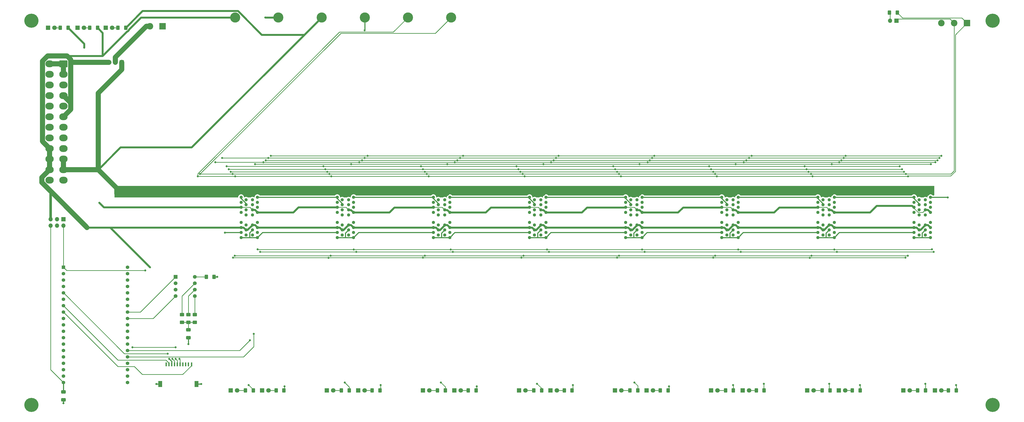
<source format=gbr>
%TF.GenerationSoftware,KiCad,Pcbnew,7.0.7*%
%TF.CreationDate,2024-11-29T17:58:43-06:00*%
%TF.ProjectId,updated_LOAF,75706461-7465-4645-9f4c-4f41462e6b69,rev?*%
%TF.SameCoordinates,PX2faf080PYee6b280*%
%TF.FileFunction,Copper,L1,Top*%
%TF.FilePolarity,Positive*%
%FSLAX46Y46*%
G04 Gerber Fmt 4.6, Leading zero omitted, Abs format (unit mm)*
G04 Created by KiCad (PCBNEW 7.0.7) date 2024-11-29 17:58:43*
%MOMM*%
%LPD*%
G01*
G04 APERTURE LIST*
G04 Aperture macros list*
%AMRoundRect*
0 Rectangle with rounded corners*
0 $1 Rounding radius*
0 $2 $3 $4 $5 $6 $7 $8 $9 X,Y pos of 4 corners*
0 Add a 4 corners polygon primitive as box body*
4,1,4,$2,$3,$4,$5,$6,$7,$8,$9,$2,$3,0*
0 Add four circle primitives for the rounded corners*
1,1,$1+$1,$2,$3*
1,1,$1+$1,$4,$5*
1,1,$1+$1,$6,$7*
1,1,$1+$1,$8,$9*
0 Add four rect primitives between the rounded corners*
20,1,$1+$1,$2,$3,$4,$5,0*
20,1,$1+$1,$4,$5,$6,$7,0*
20,1,$1+$1,$6,$7,$8,$9,0*
20,1,$1+$1,$8,$9,$2,$3,0*%
G04 Aperture macros list end*
%TA.AperFunction,ComponentPad*%
%ADD10R,1.700000X1.700000*%
%TD*%
%TA.AperFunction,ComponentPad*%
%ADD11O,1.700000X1.700000*%
%TD*%
%TA.AperFunction,ComponentPad*%
%ADD12R,1.800000X1.800000*%
%TD*%
%TA.AperFunction,ComponentPad*%
%ADD13C,1.800000*%
%TD*%
%TA.AperFunction,ComponentPad*%
%ADD14C,5.600000*%
%TD*%
%TA.AperFunction,SMDPad,CuDef*%
%ADD15C,4.000000*%
%TD*%
%TA.AperFunction,SMDPad,CuDef*%
%ADD16RoundRect,0.250000X0.400000X0.625000X-0.400000X0.625000X-0.400000X-0.625000X0.400000X-0.625000X0*%
%TD*%
%TA.AperFunction,ComponentPad*%
%ADD17R,1.288000X1.288000*%
%TD*%
%TA.AperFunction,ComponentPad*%
%ADD18C,1.288000*%
%TD*%
%TA.AperFunction,ComponentPad*%
%ADD19RoundRect,0.250001X-1.399999X1.099999X-1.399999X-1.099999X1.399999X-1.099999X1.399999X1.099999X0*%
%TD*%
%TA.AperFunction,ComponentPad*%
%ADD20O,3.300000X2.700000*%
%TD*%
%TA.AperFunction,SMDPad,CuDef*%
%ADD21RoundRect,0.250000X-0.400000X-0.625000X0.400000X-0.625000X0.400000X0.625000X-0.400000X0.625000X0*%
%TD*%
%TA.AperFunction,ComponentPad*%
%ADD22R,1.408000X1.408000*%
%TD*%
%TA.AperFunction,ComponentPad*%
%ADD23C,1.408000*%
%TD*%
%TA.AperFunction,SMDPad,CuDef*%
%ADD24RoundRect,0.250000X0.625000X-0.400000X0.625000X0.400000X-0.625000X0.400000X-0.625000X-0.400000X0*%
%TD*%
%TA.AperFunction,SMDPad,CuDef*%
%ADD25R,0.600000X1.500000*%
%TD*%
%TA.AperFunction,SMDPad,CuDef*%
%ADD26R,1.500000X2.340000*%
%TD*%
%TA.AperFunction,SMDPad,CuDef*%
%ADD27RoundRect,0.250000X-0.650000X0.412500X-0.650000X-0.412500X0.650000X-0.412500X0.650000X0.412500X0*%
%TD*%
%TA.AperFunction,ComponentPad*%
%ADD28R,2.600000X2.600000*%
%TD*%
%TA.AperFunction,ComponentPad*%
%ADD29C,2.600000*%
%TD*%
%TA.AperFunction,SMDPad,CuDef*%
%ADD30RoundRect,0.250000X-0.625000X0.400000X-0.625000X-0.400000X0.625000X-0.400000X0.625000X0.400000X0*%
%TD*%
%TA.AperFunction,ComponentPad*%
%ADD31R,1.498600X1.498600*%
%TD*%
%TA.AperFunction,ComponentPad*%
%ADD32C,1.498600*%
%TD*%
%TA.AperFunction,ViaPad*%
%ADD33C,0.800000*%
%TD*%
%TA.AperFunction,Conductor*%
%ADD34C,0.250000*%
%TD*%
%TA.AperFunction,Conductor*%
%ADD35C,0.400000*%
%TD*%
%TA.AperFunction,Conductor*%
%ADD36C,0.750000*%
%TD*%
%TA.AperFunction,Conductor*%
%ADD37C,2.000000*%
%TD*%
%TA.AperFunction,Conductor*%
%ADD38C,1.000000*%
%TD*%
G04 APERTURE END LIST*
D10*
%TO.P,JP1,1,A*%
%TO.N,/CANL*%
X311955000Y192850000D03*
D11*
%TO.P,JP1,2,B*%
%TO.N,Net-(JP1-B)*%
X309415000Y192850000D03*
%TD*%
D12*
%TO.P,D11,1,K*%
%TO.N,GND*%
X136685000Y46165000D03*
D13*
%TO.P,D11,2,A*%
%TO.N,Net-(D11-A)*%
X139225000Y46165000D03*
%TD*%
D12*
%TO.P,D7,1,K*%
%TO.N,GND*%
X276534426Y46165000D03*
D13*
%TO.P,D7,2,A*%
%TO.N,Net-(D7-A)*%
X279074426Y46165000D03*
%TD*%
D14*
%TO.P,H3,1*%
%TO.N,N/C*%
X350050000Y40450000D03*
%TD*%
D15*
%TO.P,TP6,1,1*%
%TO.N,/CANL*%
X135420000Y194120000D03*
%TD*%
D12*
%TO.P,D15,1,K*%
%TO.N,GND*%
X289085000Y46165000D03*
D13*
%TO.P,D15,2,A*%
%TO.N,Net-(D15-A)*%
X291625000Y46165000D03*
%TD*%
D16*
%TO.P,R21,1*%
%TO.N,+3.3V*%
X-16446000Y190056000D03*
%TO.P,R21,2*%
%TO.N,Net-(D17-A)*%
X-19546000Y190056000D03*
%TD*%
%TO.P,R5,1*%
%TO.N,Sl1Prs*%
X56960000Y46165000D03*
%TO.P,R5,2*%
%TO.N,Net-(D1-A)*%
X53860000Y46165000D03*
%TD*%
D15*
%TO.P,TP2,1,1*%
%TO.N,+3.3V*%
X66941600Y194120000D03*
%TD*%
D16*
%TO.P,R20,1*%
%TO.N,Sl8Lt*%
X335598000Y46165000D03*
%TO.P,R20,2*%
%TO.N,Net-(D16-A)*%
X332498000Y46165000D03*
%TD*%
D10*
%TO.P,J11,1,Pin_1*%
%TO.N,+3.3V*%
X-18265000Y114115000D03*
D11*
%TO.P,J11,2,Pin_2*%
%TO.N,ESP 3V3*%
X-18265000Y111575000D03*
%TO.P,J11,3,Pin_3*%
%TO.N,unconnected-(J11-Pin_3-Pad3)*%
X-20805000Y114115000D03*
%TO.P,J11,4,Pin_4*%
%TO.N,unconnected-(J11-Pin_4-Pad4)*%
X-20805000Y111575000D03*
%TO.P,J11,5,Pin_5*%
%TO.N,+5V*%
X-23345000Y114115000D03*
%TO.P,J11,6,Pin_6*%
%TO.N,ESP 5V*%
X-23345000Y111575000D03*
%TD*%
D16*
%TO.P,R17,1*%
%TO.N,Sl5Lt*%
X221404712Y46165000D03*
%TO.P,R17,2*%
%TO.N,Net-(D13-A)*%
X218304712Y46165000D03*
%TD*%
D15*
%TO.P,TP5,1,1*%
%TO.N,/CANH*%
X118300400Y194120000D03*
%TD*%
D16*
%TO.P,R23,1*%
%TO.N,+12V*%
X6414000Y190056000D03*
%TO.P,R23,2*%
%TO.N,Net-(D19-A)*%
X3314000Y190056000D03*
%TD*%
D12*
%TO.P,D16,1,K*%
%TO.N,GND*%
X327185000Y46165000D03*
D13*
%TO.P,D16,2,A*%
%TO.N,Net-(D16-A)*%
X329725000Y46165000D03*
%TD*%
D16*
%TO.P,R22,1*%
%TO.N,+5V*%
X-4762000Y190056000D03*
%TO.P,R22,2*%
%TO.N,Net-(D18-A)*%
X-7862000Y190056000D03*
%TD*%
D17*
%TO.P,J5,A1,A1*%
%TO.N,+12V*%
X170957142Y125827657D03*
D18*
%TO.P,J5,A2,A2*%
X172957142Y124827657D03*
%TO.P,J5,A3,A3*%
X170957142Y123827657D03*
%TO.P,J5,A4,A4*%
%TO.N,GND*%
X172957142Y122827657D03*
%TO.P,J5,A5,A5*%
%TO.N,/Spare5*%
X170957142Y121827657D03*
%TO.P,J5,A6,A6*%
%TO.N,/Spare6*%
X172957142Y120827657D03*
%TO.P,J5,A7,A7*%
%TO.N,/SCL*%
X170957142Y119827657D03*
%TO.P,J5,A8,A8*%
%TO.N,/SDA*%
X172957142Y118827657D03*
%TO.P,J5,A9,A9*%
%TO.N,+3.3V*%
X170957142Y117827657D03*
%TO.P,J5,A10,A10*%
X172957142Y116827657D03*
%TO.P,J5,A11,A11*%
%TO.N,/Spare7*%
X170957142Y115827657D03*
%TO.P,J5,A12,A12*%
%TO.N,Sl4Lt*%
X172957142Y112827657D03*
%TO.P,J5,A13,A13*%
%TO.N,+5V*%
X170957142Y111827657D03*
%TO.P,J5,A14,A14*%
X172957142Y110827657D03*
%TO.P,J5,A15,A15*%
%TO.N,GND*%
X170957142Y109827657D03*
%TO.P,J5,A16,A16*%
%TO.N,/EstpCh1*%
X172957142Y108827657D03*
%TO.P,J5,A17,A17*%
%TO.N,/EstpCh2*%
X170957142Y107827657D03*
%TO.P,J5,A18,A18*%
%TO.N,GND*%
X172957142Y106827657D03*
%TO.P,J5,B1,B1*%
%TO.N,+12V*%
X168457142Y125827657D03*
%TO.P,J5,B2,B2*%
X166457142Y124827657D03*
%TO.P,J5,B3,B3*%
X168457142Y123827657D03*
%TO.P,J5,B4,B4*%
%TO.N,GND*%
X166457142Y122827657D03*
%TO.P,J5,B5,B5*%
%TO.N,/CANH*%
X168457142Y121827657D03*
%TO.P,J5,B6,B6*%
%TO.N,/CANL*%
X166457142Y120827657D03*
%TO.P,J5,B7,B7*%
%TO.N,GND*%
X168457142Y119827657D03*
%TO.P,J5,B8,B8*%
%TO.N,+3.3V*%
X166457142Y118827657D03*
%TO.P,J5,B9,B9*%
%TO.N,/SYNC*%
X168457142Y117827657D03*
%TO.P,J5,B10,B10*%
%TO.N,/Spare1*%
X166457142Y116827657D03*
%TO.P,J5,B11,B11*%
%TO.N,/Spare2*%
X168457142Y115827657D03*
%TO.P,J5,B12,B12*%
%TO.N,/Spare3*%
X166457142Y112827657D03*
%TO.P,J5,B13,B13*%
%TO.N,/Spare4*%
X168457142Y111827657D03*
%TO.P,J5,B14,B14*%
%TO.N,+5V*%
X166457142Y110827657D03*
%TO.P,J5,B15,B15*%
X168457142Y109827657D03*
%TO.P,J5,B16,B16*%
%TO.N,GND*%
X166457142Y108827657D03*
%TO.P,J5,B17,B17*%
%TO.N,Sl4Prs*%
X168457142Y107827657D03*
%TO.P,J5,B18,B18*%
%TO.N,GND*%
X166457142Y106827657D03*
%TD*%
D19*
%TO.P,J3,1,+3.3V*%
%TO.N,+3.3V*%
X-18250000Y175750000D03*
D20*
%TO.P,J3,2,+3.3V*%
X-18250000Y171550000D03*
%TO.P,J3,3,GND*%
%TO.N,GND*%
X-18250000Y167350000D03*
%TO.P,J3,4,+5V*%
%TO.N,+5V*%
X-18250000Y163150000D03*
%TO.P,J3,5,GND*%
%TO.N,GND*%
X-18250000Y158950000D03*
%TO.P,J3,6,+5V*%
%TO.N,+5V*%
X-18250000Y154750000D03*
%TO.P,J3,7,GND*%
%TO.N,GND*%
X-18250000Y150550000D03*
%TO.P,J3,8,PWR_OK*%
%TO.N,unconnected-(J3-PWR_OK-Pad8)*%
X-18250000Y146350000D03*
%TO.P,J3,9,+5VSB*%
%TO.N,unconnected-(J3-+5VSB-Pad9)*%
X-18250000Y142150000D03*
%TO.P,J3,10,+12V*%
%TO.N,+12V*%
X-18250000Y137950000D03*
%TO.P,J3,11,+12V*%
X-18250000Y133750000D03*
%TO.P,J3,12,+3.3V*%
%TO.N,+3.3V*%
X-18250000Y129550000D03*
%TO.P,J3,13,+3.3V*%
X-23750000Y175750000D03*
%TO.P,J3,14,-12V*%
%TO.N,unconnected-(J3--12V-Pad14)*%
X-23750000Y171550000D03*
%TO.P,J3,15,GND*%
%TO.N,GND*%
X-23750000Y167350000D03*
%TO.P,J3,16,PS_ON#*%
%TO.N,unconnected-(J3-PS_ON#-Pad16)*%
X-23750000Y163150000D03*
%TO.P,J3,17,GND*%
%TO.N,GND*%
X-23750000Y158950000D03*
%TO.P,J3,18,GND*%
X-23750000Y154750000D03*
%TO.P,J3,19,GND*%
X-23750000Y150550000D03*
%TO.P,J3,20,NC*%
%TO.N,unconnected-(J3-NC-Pad20)*%
X-23750000Y146350000D03*
%TO.P,J3,21,+5V*%
%TO.N,+5V*%
X-23750000Y142150000D03*
%TO.P,J3,22,+5V*%
X-23750000Y137950000D03*
%TO.P,J3,23,+5V*%
X-23750000Y133750000D03*
%TO.P,J3,24,GND*%
%TO.N,GND*%
X-23750000Y129550000D03*
%TD*%
D12*
%TO.P,D14,1,K*%
%TO.N,GND*%
X250985000Y46165000D03*
D13*
%TO.P,D14,2,A*%
%TO.N,Net-(D14-A)*%
X253525000Y46165000D03*
%TD*%
D16*
%TO.P,R15,1*%
%TO.N,Sl3Lt*%
X145275856Y46165000D03*
%TO.P,R15,2*%
%TO.N,Net-(D11-A)*%
X142175856Y46165000D03*
%TD*%
%TO.P,R13,1*%
%TO.N,Sl1Lt*%
X69147000Y46165000D03*
%TO.P,R13,2*%
%TO.N,Net-(D9-A)*%
X66047000Y46165000D03*
%TD*%
D17*
%TO.P,J2,A1,A1*%
%TO.N,+12V*%
X94745714Y125827657D03*
D18*
%TO.P,J2,A2,A2*%
X96745714Y124827657D03*
%TO.P,J2,A3,A3*%
X94745714Y123827657D03*
%TO.P,J2,A4,A4*%
%TO.N,GND*%
X96745714Y122827657D03*
%TO.P,J2,A5,A5*%
%TO.N,/Spare5*%
X94745714Y121827657D03*
%TO.P,J2,A6,A6*%
%TO.N,/Spare6*%
X96745714Y120827657D03*
%TO.P,J2,A7,A7*%
%TO.N,/SCL*%
X94745714Y119827657D03*
%TO.P,J2,A8,A8*%
%TO.N,/SDA*%
X96745714Y118827657D03*
%TO.P,J2,A9,A9*%
%TO.N,+3.3V*%
X94745714Y117827657D03*
%TO.P,J2,A10,A10*%
X96745714Y116827657D03*
%TO.P,J2,A11,A11*%
%TO.N,/Spare7*%
X94745714Y115827657D03*
%TO.P,J2,A12,A12*%
%TO.N,Sl2Lt*%
X96745714Y112827657D03*
%TO.P,J2,A13,A13*%
%TO.N,+5V*%
X94745714Y111827657D03*
%TO.P,J2,A14,A14*%
X96745714Y110827657D03*
%TO.P,J2,A15,A15*%
%TO.N,GND*%
X94745714Y109827657D03*
%TO.P,J2,A16,A16*%
%TO.N,/EstpCh1*%
X96745714Y108827657D03*
%TO.P,J2,A17,A17*%
%TO.N,/EstpCh2*%
X94745714Y107827657D03*
%TO.P,J2,A18,A18*%
%TO.N,GND*%
X96745714Y106827657D03*
%TO.P,J2,B1,B1*%
%TO.N,+12V*%
X92245714Y125827657D03*
%TO.P,J2,B2,B2*%
X90245714Y124827657D03*
%TO.P,J2,B3,B3*%
X92245714Y123827657D03*
%TO.P,J2,B4,B4*%
%TO.N,GND*%
X90245714Y122827657D03*
%TO.P,J2,B5,B5*%
%TO.N,/CANH*%
X92245714Y121827657D03*
%TO.P,J2,B6,B6*%
%TO.N,/CANL*%
X90245714Y120827657D03*
%TO.P,J2,B7,B7*%
%TO.N,GND*%
X92245714Y119827657D03*
%TO.P,J2,B8,B8*%
%TO.N,+3.3V*%
X90245714Y118827657D03*
%TO.P,J2,B9,B9*%
%TO.N,/SYNC*%
X92245714Y117827657D03*
%TO.P,J2,B10,B10*%
%TO.N,/Spare1*%
X90245714Y116827657D03*
%TO.P,J2,B11,B11*%
%TO.N,/Spare2*%
X92245714Y115827657D03*
%TO.P,J2,B12,B12*%
%TO.N,/Spare3*%
X90245714Y112827657D03*
%TO.P,J2,B13,B13*%
%TO.N,/Spare4*%
X92245714Y111827657D03*
%TO.P,J2,B14,B14*%
%TO.N,+5V*%
X90245714Y110827657D03*
%TO.P,J2,B15,B15*%
X92245714Y109827657D03*
%TO.P,J2,B16,B16*%
%TO.N,GND*%
X90245714Y108827657D03*
%TO.P,J2,B17,B17*%
%TO.N,Sl2Prs*%
X92245714Y107827657D03*
%TO.P,J2,B18,B18*%
%TO.N,GND*%
X90245714Y106827657D03*
%TD*%
D12*
%TO.P,D6,1,K*%
%TO.N,GND*%
X238451855Y46165000D03*
D13*
%TO.P,D6,2,A*%
%TO.N,Net-(D6-A)*%
X240991855Y46165000D03*
%TD*%
D17*
%TO.P,J4,A1,A1*%
%TO.N,+12V*%
X132851428Y125827657D03*
D18*
%TO.P,J4,A2,A2*%
X134851428Y124827657D03*
%TO.P,J4,A3,A3*%
X132851428Y123827657D03*
%TO.P,J4,A4,A4*%
%TO.N,GND*%
X134851428Y122827657D03*
%TO.P,J4,A5,A5*%
%TO.N,/Spare5*%
X132851428Y121827657D03*
%TO.P,J4,A6,A6*%
%TO.N,/Spare6*%
X134851428Y120827657D03*
%TO.P,J4,A7,A7*%
%TO.N,/SCL*%
X132851428Y119827657D03*
%TO.P,J4,A8,A8*%
%TO.N,/SDA*%
X134851428Y118827657D03*
%TO.P,J4,A9,A9*%
%TO.N,+3.3V*%
X132851428Y117827657D03*
%TO.P,J4,A10,A10*%
X134851428Y116827657D03*
%TO.P,J4,A11,A11*%
%TO.N,/Spare7*%
X132851428Y115827657D03*
%TO.P,J4,A12,A12*%
%TO.N,Sl3Lt*%
X134851428Y112827657D03*
%TO.P,J4,A13,A13*%
%TO.N,+5V*%
X132851428Y111827657D03*
%TO.P,J4,A14,A14*%
X134851428Y110827657D03*
%TO.P,J4,A15,A15*%
%TO.N,GND*%
X132851428Y109827657D03*
%TO.P,J4,A16,A16*%
%TO.N,/EstpCh1*%
X134851428Y108827657D03*
%TO.P,J4,A17,A17*%
%TO.N,/EstpCh2*%
X132851428Y107827657D03*
%TO.P,J4,A18,A18*%
%TO.N,GND*%
X134851428Y106827657D03*
%TO.P,J4,B1,B1*%
%TO.N,+12V*%
X130351428Y125827657D03*
%TO.P,J4,B2,B2*%
X128351428Y124827657D03*
%TO.P,J4,B3,B3*%
X130351428Y123827657D03*
%TO.P,J4,B4,B4*%
%TO.N,GND*%
X128351428Y122827657D03*
%TO.P,J4,B5,B5*%
%TO.N,/CANH*%
X130351428Y121827657D03*
%TO.P,J4,B6,B6*%
%TO.N,/CANL*%
X128351428Y120827657D03*
%TO.P,J4,B7,B7*%
%TO.N,GND*%
X130351428Y119827657D03*
%TO.P,J4,B8,B8*%
%TO.N,+3.3V*%
X128351428Y118827657D03*
%TO.P,J4,B9,B9*%
%TO.N,/SYNC*%
X130351428Y117827657D03*
%TO.P,J4,B10,B10*%
%TO.N,/Spare1*%
X128351428Y116827657D03*
%TO.P,J4,B11,B11*%
%TO.N,/Spare2*%
X130351428Y115827657D03*
%TO.P,J4,B12,B12*%
%TO.N,/Spare3*%
X128351428Y112827657D03*
%TO.P,J4,B13,B13*%
%TO.N,/Spare4*%
X130351428Y111827657D03*
%TO.P,J4,B14,B14*%
%TO.N,+5V*%
X128351428Y110827657D03*
%TO.P,J4,B15,B15*%
X130351428Y109827657D03*
%TO.P,J4,B16,B16*%
%TO.N,GND*%
X128351428Y108827657D03*
%TO.P,J4,B17,B17*%
%TO.N,Sl3Prs*%
X130351428Y107827657D03*
%TO.P,J4,B18,B18*%
%TO.N,GND*%
X128351428Y106827657D03*
%TD*%
D12*
%TO.P,D10,1,K*%
%TO.N,GND*%
X98585000Y46165000D03*
D13*
%TO.P,D10,2,A*%
%TO.N,Net-(D10-A)*%
X101125000Y46165000D03*
%TD*%
D12*
%TO.P,D8,1,K*%
%TO.N,GND*%
X314617000Y46165000D03*
D13*
%TO.P,D8,2,A*%
%TO.N,Net-(D8-A)*%
X317157000Y46165000D03*
%TD*%
D21*
%TO.P,R24,1*%
%TO.N,/STBY*%
X38340000Y91250000D03*
%TO.P,R24,2*%
%TO.N,GND*%
X41440000Y91250000D03*
%TD*%
D22*
%TO.P,U1,J2_1,3V3*%
%TO.N,ESP 3V3*%
X-18250000Y95035000D03*
D23*
%TO.P,U1,J2_2,EN*%
%TO.N,unconnected-(U1-EN-PadJ2_2)*%
X-18250000Y92495000D03*
%TO.P,U1,J2_3,SENSOR_VP*%
%TO.N,unconnected-(U1-SENSOR_VP-PadJ2_3)*%
X-18250000Y89955000D03*
%TO.P,U1,J2_4,SENSOR_VN*%
%TO.N,unconnected-(U1-SENSOR_VN-PadJ2_4)*%
X-18250000Y87415000D03*
%TO.P,U1,J2_5,IO34*%
%TO.N,CLK*%
X-18250000Y84875000D03*
%TO.P,U1,J2_6,IO35*%
%TO.N,MOSI*%
X-18250000Y82335000D03*
%TO.P,U1,J2_7,IO32*%
%TO.N,MISO*%
X-18250000Y79795000D03*
%TO.P,U1,J2_8,IO33*%
%TO.N,CS*%
X-18250000Y77255000D03*
%TO.P,U1,J2_9,IO25*%
%TO.N,unconnected-(U1-IO25-PadJ2_9)*%
X-18250000Y74715000D03*
%TO.P,U1,J2_10,IO26*%
%TO.N,unconnected-(U1-IO26-PadJ2_10)*%
X-18250000Y72175000D03*
%TO.P,U1,J2_11,IO27*%
%TO.N,unconnected-(U1-IO27-PadJ2_11)*%
X-18250000Y69635000D03*
%TO.P,U1,J2_12,IO14*%
%TO.N,unconnected-(U1-IO14-PadJ2_12)*%
X-18250000Y67095000D03*
%TO.P,U1,J2_13,IO12*%
%TO.N,unconnected-(U1-IO12-PadJ2_13)*%
X-18250000Y64555000D03*
%TO.P,U1,J2_14,GND_J2_14*%
%TO.N,GND*%
X-18250000Y62015000D03*
%TO.P,U1,J2_15,IO13*%
%TO.N,unconnected-(U1-IO13-PadJ2_15)*%
X-18250000Y59475000D03*
%TO.P,U1,J2_16,SD2*%
%TO.N,unconnected-(U1-SD2-PadJ2_16)*%
X-18250000Y56935000D03*
%TO.P,U1,J2_17,SD3*%
%TO.N,unconnected-(U1-SD3-PadJ2_17)*%
X-18250000Y54395000D03*
%TO.P,U1,J2_18,CMD*%
%TO.N,unconnected-(U1-CMD-PadJ2_18)*%
X-18250000Y51855000D03*
%TO.P,U1,J2_19,EXT_5V*%
%TO.N,ESP 5V*%
X-18250000Y49315000D03*
%TO.P,U1,J3_1,GND_J3_1*%
%TO.N,GND*%
X7150000Y95035000D03*
%TO.P,U1,J3_2,IO23*%
%TO.N,unconnected-(U1-IO23-PadJ3_2)*%
X7150000Y92495000D03*
%TO.P,U1,J3_3,IO22*%
%TO.N,/SCL*%
X7150000Y89955000D03*
%TO.P,U1,J3_4,TXD0*%
%TO.N,unconnected-(U1-TXD0-PadJ3_4)*%
X7150000Y87415000D03*
%TO.P,U1,J3_5,RXD0*%
%TO.N,unconnected-(U1-RXD0-PadJ3_5)*%
X7150000Y84875000D03*
%TO.P,U1,J3_6,IO21*%
%TO.N,/SDA*%
X7150000Y82335000D03*
%TO.P,U1,J3_7,GND_J3_7*%
%TO.N,GND*%
X7150000Y79795000D03*
%TO.P,U1,J3_8,IO19*%
%TO.N,/TX*%
X7150000Y77255000D03*
%TO.P,U1,J3_9,IO18*%
%TO.N,/RX*%
X7150000Y74715000D03*
%TO.P,U1,J3_10,IO5*%
%TO.N,unconnected-(U1-IO5-PadJ3_10)*%
X7150000Y72175000D03*
%TO.P,U1,J3_11,IO17*%
%TO.N,unconnected-(U1-IO17-PadJ3_11)*%
X7150000Y69635000D03*
%TO.P,U1,J3_12,IO16*%
%TO.N,unconnected-(U1-IO16-PadJ3_12)*%
X7150000Y67095000D03*
%TO.P,U1,J3_13,IO4*%
%TO.N,unconnected-(U1-IO4-PadJ3_13)*%
X7150000Y64555000D03*
%TO.P,U1,J3_14,IO0*%
%TO.N,/EstpCh1*%
X7150000Y62015000D03*
%TO.P,U1,J3_15,IO2*%
%TO.N,/EstpCh2*%
X7150000Y59475000D03*
%TO.P,U1,J3_16,IO15*%
%TO.N,unconnected-(U1-IO15-PadJ3_16)*%
X7150000Y56935000D03*
%TO.P,U1,J3_17,SD1*%
%TO.N,unconnected-(U1-SD1-PadJ3_17)*%
X7150000Y54395000D03*
%TO.P,U1,J3_18,SD0*%
%TO.N,unconnected-(U1-SD0-PadJ3_18)*%
X7150000Y51855000D03*
%TO.P,U1,J3_19,CLK*%
%TO.N,unconnected-(U1-CLK-PadJ3_19)*%
X7150000Y49315000D03*
%TD*%
D17*
%TO.P,J8,A1,A1*%
%TO.N,+12V*%
X285274284Y125827657D03*
D18*
%TO.P,J8,A2,A2*%
X287274284Y124827657D03*
%TO.P,J8,A3,A3*%
X285274284Y123827657D03*
%TO.P,J8,A4,A4*%
%TO.N,GND*%
X287274284Y122827657D03*
%TO.P,J8,A5,A5*%
%TO.N,/Spare5*%
X285274284Y121827657D03*
%TO.P,J8,A6,A6*%
%TO.N,/Spare6*%
X287274284Y120827657D03*
%TO.P,J8,A7,A7*%
%TO.N,/SCL*%
X285274284Y119827657D03*
%TO.P,J8,A8,A8*%
%TO.N,/SDA*%
X287274284Y118827657D03*
%TO.P,J8,A9,A9*%
%TO.N,+3.3V*%
X285274284Y117827657D03*
%TO.P,J8,A10,A10*%
X287274284Y116827657D03*
%TO.P,J8,A11,A11*%
%TO.N,/Spare7*%
X285274284Y115827657D03*
%TO.P,J8,A12,A12*%
%TO.N,Sl7Lt*%
X287274284Y112827657D03*
%TO.P,J8,A13,A13*%
%TO.N,+5V*%
X285274284Y111827657D03*
%TO.P,J8,A14,A14*%
X287274284Y110827657D03*
%TO.P,J8,A15,A15*%
%TO.N,GND*%
X285274284Y109827657D03*
%TO.P,J8,A16,A16*%
%TO.N,/EstpCh1*%
X287274284Y108827657D03*
%TO.P,J8,A17,A17*%
%TO.N,/EstpCh2*%
X285274284Y107827657D03*
%TO.P,J8,A18,A18*%
%TO.N,GND*%
X287274284Y106827657D03*
%TO.P,J8,B1,B1*%
%TO.N,+12V*%
X282774284Y125827657D03*
%TO.P,J8,B2,B2*%
X280774284Y124827657D03*
%TO.P,J8,B3,B3*%
X282774284Y123827657D03*
%TO.P,J8,B4,B4*%
%TO.N,GND*%
X280774284Y122827657D03*
%TO.P,J8,B5,B5*%
%TO.N,/CANH*%
X282774284Y121827657D03*
%TO.P,J8,B6,B6*%
%TO.N,/CANL*%
X280774284Y120827657D03*
%TO.P,J8,B7,B7*%
%TO.N,GND*%
X282774284Y119827657D03*
%TO.P,J8,B8,B8*%
%TO.N,+3.3V*%
X280774284Y118827657D03*
%TO.P,J8,B9,B9*%
%TO.N,/SYNC*%
X282774284Y117827657D03*
%TO.P,J8,B10,B10*%
%TO.N,/Spare1*%
X280774284Y116827657D03*
%TO.P,J8,B11,B11*%
%TO.N,/Spare2*%
X282774284Y115827657D03*
%TO.P,J8,B12,B12*%
%TO.N,/Spare3*%
X280774284Y112827657D03*
%TO.P,J8,B13,B13*%
%TO.N,/Spare4*%
X282774284Y111827657D03*
%TO.P,J8,B14,B14*%
%TO.N,+5V*%
X280774284Y110827657D03*
%TO.P,J8,B15,B15*%
X282774284Y109827657D03*
%TO.P,J8,B16,B16*%
%TO.N,GND*%
X280774284Y108827657D03*
%TO.P,J8,B17,B17*%
%TO.N,Sl7Prs*%
X282774284Y107827657D03*
%TO.P,J8,B18,B18*%
%TO.N,GND*%
X280774284Y106827657D03*
%TD*%
D24*
%TO.P,R3,1*%
%TO.N,Net-(C1-Pad1)*%
X31280000Y73190000D03*
%TO.P,R3,2*%
%TO.N,/CANL*%
X31280000Y76290000D03*
%TD*%
D12*
%TO.P,D18,1,K*%
%TO.N,GND*%
X-12667000Y190056000D03*
D13*
%TO.P,D18,2,A*%
%TO.N,Net-(D18-A)*%
X-10127000Y190056000D03*
%TD*%
D25*
%TO.P,J14,CD,CD*%
%TO.N,CS*%
X32535000Y56505000D03*
D26*
%TO.P,J14,G1,COVER_GND*%
%TO.N,GND*%
X20115000Y48705000D03*
%TO.P,J14,G2,COVER_GND__1*%
X34455000Y48705000D03*
D25*
%TO.P,J14,P1,DAT2*%
%TO.N,unconnected-(J14-DAT2-PadP1)*%
X30185000Y56505000D03*
%TO.P,J14,P2,CD/DAT3*%
%TO.N,unconnected-(J14-CD{slash}DAT3-PadP2)*%
X29085000Y56505000D03*
%TO.P,J14,P3,CMD*%
%TO.N,MOSI*%
X27985000Y56505000D03*
%TO.P,J14,P4,VDD*%
%TO.N,ESP 3V3*%
X26885000Y56505000D03*
%TO.P,J14,P5,CLK*%
%TO.N,CLK*%
X25785000Y56505000D03*
%TO.P,J14,P6,VSS*%
%TO.N,GND*%
X24685000Y56505000D03*
%TO.P,J14,P7,DAT0*%
%TO.N,MISO*%
X23585000Y56505000D03*
%TO.P,J14,P8,DAT1*%
%TO.N,unconnected-(J14-DAT1-PadP8)*%
X22485000Y56505000D03*
%TO.P,J14,WP,WP*%
%TO.N,unconnected-(J14-PadWP)*%
X31285000Y56505000D03*
%TD*%
D16*
%TO.P,R14,1*%
%TO.N,Sl2Lt*%
X107211428Y46165000D03*
%TO.P,R14,2*%
%TO.N,Net-(D10-A)*%
X104111428Y46165000D03*
%TD*%
D14*
%TO.P,H1,1*%
%TO.N,N/C*%
X-30950000Y192850000D03*
%TD*%
%TO.P,H4,1*%
%TO.N,N/C*%
X-30950000Y40450000D03*
%TD*%
D12*
%TO.P,D13,1,K*%
%TO.N,GND*%
X212885000Y46165000D03*
D13*
%TO.P,D13,2,A*%
%TO.N,Net-(D13-A)*%
X215425000Y46165000D03*
%TD*%
D12*
%TO.P,D2,1,K*%
%TO.N,GND*%
X86121571Y46165000D03*
D13*
%TO.P,D2,2,A*%
%TO.N,Net-(D2-A)*%
X88661571Y46165000D03*
%TD*%
D16*
%TO.P,R19,1*%
%TO.N,Sl7Lt*%
X297533568Y46165000D03*
%TO.P,R19,2*%
%TO.N,Net-(D15-A)*%
X294433568Y46165000D03*
%TD*%
D27*
%TO.P,C1,1*%
%TO.N,Net-(C1-Pad1)*%
X31280000Y70245000D03*
%TO.P,C1,2*%
%TO.N,GND*%
X31280000Y67120000D03*
%TD*%
D28*
%TO.P,J9,1,Pin_1*%
%TO.N,GND*%
X21040000Y190615000D03*
D29*
%TO.P,J9,2,Pin_2*%
%TO.N,Net-(J9-Pin_2)*%
X16040000Y190615000D03*
%TD*%
D16*
%TO.P,R8,1*%
%TO.N,Sl4Prs*%
X171260000Y46165000D03*
%TO.P,R8,2*%
%TO.N,Net-(D4-A)*%
X168160000Y46165000D03*
%TD*%
D14*
%TO.P,H2,1*%
%TO.N,N/C*%
X350050000Y192850000D03*
%TD*%
D30*
%TO.P,R4,1*%
%TO.N,/SPLIT*%
X33820000Y76290000D03*
%TO.P,R4,2*%
%TO.N,Net-(C1-Pad1)*%
X33820000Y73190000D03*
%TD*%
D16*
%TO.P,R16,1*%
%TO.N,Sl4Lt*%
X183340284Y46165000D03*
%TO.P,R16,2*%
%TO.N,Net-(D12-A)*%
X180240284Y46165000D03*
%TD*%
%TO.P,R6,1*%
%TO.N,Sl2Prs*%
X95020000Y46165000D03*
%TO.P,R6,2*%
%TO.N,Net-(D2-A)*%
X91920000Y46165000D03*
%TD*%
D12*
%TO.P,D17,1,K*%
%TO.N,GND*%
X-24351000Y190056000D03*
D13*
%TO.P,D17,2,A*%
%TO.N,Net-(D17-A)*%
X-21811000Y190056000D03*
%TD*%
D27*
%TO.P,C2,1*%
%TO.N,ESP 5V*%
X-18250000Y45568500D03*
%TO.P,C2,2*%
%TO.N,GND*%
X-18250000Y42443500D03*
%TD*%
D31*
%TO.P,U2,1,TXD*%
%TO.N,/TX*%
X26200000Y91250000D03*
D32*
%TO.P,U2,2,VSS*%
%TO.N,GND*%
X26200000Y88710000D03*
%TO.P,U2,3,VDD*%
%TO.N,+5V*%
X26200000Y86170000D03*
%TO.P,U2,4,RXD*%
%TO.N,/RX*%
X26200000Y83630000D03*
%TO.P,U2,5,SPLIT*%
%TO.N,/SPLIT*%
X33820000Y83630000D03*
%TO.P,U2,6,CANL*%
%TO.N,/CANL*%
X33820000Y86170000D03*
%TO.P,U2,7,CANH*%
%TO.N,/CANH*%
X33820000Y88710000D03*
%TO.P,U2,8,STBY*%
%TO.N,/STBY*%
X33820000Y91250000D03*
%TD*%
D17*
%TO.P,J6,A1,A1*%
%TO.N,+12V*%
X209062856Y125827657D03*
D18*
%TO.P,J6,A2,A2*%
X211062856Y124827657D03*
%TO.P,J6,A3,A3*%
X209062856Y123827657D03*
%TO.P,J6,A4,A4*%
%TO.N,GND*%
X211062856Y122827657D03*
%TO.P,J6,A5,A5*%
%TO.N,/Spare5*%
X209062856Y121827657D03*
%TO.P,J6,A6,A6*%
%TO.N,/Spare6*%
X211062856Y120827657D03*
%TO.P,J6,A7,A7*%
%TO.N,/SCL*%
X209062856Y119827657D03*
%TO.P,J6,A8,A8*%
%TO.N,/SDA*%
X211062856Y118827657D03*
%TO.P,J6,A9,A9*%
%TO.N,+3.3V*%
X209062856Y117827657D03*
%TO.P,J6,A10,A10*%
X211062856Y116827657D03*
%TO.P,J6,A11,A11*%
%TO.N,/Spare7*%
X209062856Y115827657D03*
%TO.P,J6,A12,A12*%
%TO.N,Sl5Lt*%
X211062856Y112827657D03*
%TO.P,J6,A13,A13*%
%TO.N,+5V*%
X209062856Y111827657D03*
%TO.P,J6,A14,A14*%
X211062856Y110827657D03*
%TO.P,J6,A15,A15*%
%TO.N,GND*%
X209062856Y109827657D03*
%TO.P,J6,A16,A16*%
%TO.N,/EstpCh1*%
X211062856Y108827657D03*
%TO.P,J6,A17,A17*%
%TO.N,/EstpCh2*%
X209062856Y107827657D03*
%TO.P,J6,A18,A18*%
%TO.N,GND*%
X211062856Y106827657D03*
%TO.P,J6,B1,B1*%
%TO.N,+12V*%
X206562856Y125827657D03*
%TO.P,J6,B2,B2*%
X204562856Y124827657D03*
%TO.P,J6,B3,B3*%
X206562856Y123827657D03*
%TO.P,J6,B4,B4*%
%TO.N,GND*%
X204562856Y122827657D03*
%TO.P,J6,B5,B5*%
%TO.N,/CANH*%
X206562856Y121827657D03*
%TO.P,J6,B6,B6*%
%TO.N,/CANL*%
X204562856Y120827657D03*
%TO.P,J6,B7,B7*%
%TO.N,GND*%
X206562856Y119827657D03*
%TO.P,J6,B8,B8*%
%TO.N,+3.3V*%
X204562856Y118827657D03*
%TO.P,J6,B9,B9*%
%TO.N,/SYNC*%
X206562856Y117827657D03*
%TO.P,J6,B10,B10*%
%TO.N,/Spare1*%
X204562856Y116827657D03*
%TO.P,J6,B11,B11*%
%TO.N,/Spare2*%
X206562856Y115827657D03*
%TO.P,J6,B12,B12*%
%TO.N,/Spare3*%
X204562856Y112827657D03*
%TO.P,J6,B13,B13*%
%TO.N,/Spare4*%
X206562856Y111827657D03*
%TO.P,J6,B14,B14*%
%TO.N,+5V*%
X204562856Y110827657D03*
%TO.P,J6,B15,B15*%
X206562856Y109827657D03*
%TO.P,J6,B16,B16*%
%TO.N,GND*%
X204562856Y108827657D03*
%TO.P,J6,B17,B17*%
%TO.N,Sl5Prs*%
X206562856Y107827657D03*
%TO.P,J6,B18,B18*%
%TO.N,GND*%
X204562856Y106827657D03*
%TD*%
D12*
%TO.P,D19,1,K*%
%TO.N,GND*%
X-1491000Y190056000D03*
D13*
%TO.P,D19,2,A*%
%TO.N,Net-(D19-A)*%
X1049000Y190056000D03*
%TD*%
D16*
%TO.P,R18,1*%
%TO.N,Sl6Lt*%
X259469140Y46165000D03*
%TO.P,R18,2*%
%TO.N,Net-(D14-A)*%
X256369140Y46165000D03*
%TD*%
D15*
%TO.P,TP3,1,1*%
%TO.N,+12V*%
X84061200Y194120000D03*
%TD*%
D16*
%TO.P,R10,1*%
%TO.N,Sl6Prs*%
X247260000Y46165000D03*
%TO.P,R10,2*%
%TO.N,Net-(D6-A)*%
X244160000Y46165000D03*
%TD*%
%TO.P,R2,1*%
%TO.N,/CANH*%
X312230000Y196025000D03*
%TO.P,R2,2*%
%TO.N,Net-(JP1-B)*%
X309130000Y196025000D03*
%TD*%
%TO.P,R11,1*%
%TO.N,Sl7Prs*%
X285560000Y46165000D03*
%TO.P,R11,2*%
%TO.N,Net-(D7-A)*%
X282460000Y46165000D03*
%TD*%
D28*
%TO.P,J12,1,Pin_1*%
%TO.N,/CANH*%
X339895000Y191885000D03*
D29*
%TO.P,J12,2,Pin_2*%
%TO.N,/CANL*%
X334815000Y191885000D03*
%TO.P,J12,3,Pin_3*%
%TO.N,GND*%
X329735000Y191885000D03*
%TD*%
D30*
%TO.P,R1,1*%
%TO.N,/CANH*%
X28740000Y76290000D03*
%TO.P,R1,2*%
%TO.N,Net-(C1-Pad1)*%
X28740000Y73190000D03*
%TD*%
D12*
%TO.P,D4,1,K*%
%TO.N,GND*%
X162286713Y46165000D03*
D13*
%TO.P,D4,2,A*%
%TO.N,Net-(D4-A)*%
X164826713Y46165000D03*
%TD*%
D12*
%TO.P,D5,1,K*%
%TO.N,GND*%
X200369284Y46165000D03*
D13*
%TO.P,D5,2,A*%
%TO.N,Net-(D5-A)*%
X202909284Y46165000D03*
%TD*%
D17*
%TO.P,J1,A1,A1*%
%TO.N,+12V*%
X56640000Y125827657D03*
D18*
%TO.P,J1,A2,A2*%
X58640000Y124827657D03*
%TO.P,J1,A3,A3*%
X56640000Y123827657D03*
%TO.P,J1,A4,A4*%
%TO.N,GND*%
X58640000Y122827657D03*
%TO.P,J1,A5,A5*%
%TO.N,/Spare5*%
X56640000Y121827657D03*
%TO.P,J1,A6,A6*%
%TO.N,/Spare6*%
X58640000Y120827657D03*
%TO.P,J1,A7,A7*%
%TO.N,/SCL*%
X56640000Y119827657D03*
%TO.P,J1,A8,A8*%
%TO.N,/SDA*%
X58640000Y118827657D03*
%TO.P,J1,A9,A9*%
%TO.N,+3.3V*%
X56640000Y117827657D03*
%TO.P,J1,A10,A10*%
X58640000Y116827657D03*
%TO.P,J1,A11,A11*%
%TO.N,/Spare7*%
X56640000Y115827657D03*
%TO.P,J1,A12,A12*%
%TO.N,Sl1Lt*%
X58640000Y112827657D03*
%TO.P,J1,A13,A13*%
%TO.N,+5V*%
X56640000Y111827657D03*
%TO.P,J1,A14,A14*%
X58640000Y110827657D03*
%TO.P,J1,A15,A15*%
%TO.N,GND*%
X56640000Y109827657D03*
%TO.P,J1,A16,A16*%
%TO.N,/EstpCh1*%
X58640000Y108827657D03*
%TO.P,J1,A17,A17*%
%TO.N,/EstpCh2*%
X56640000Y107827657D03*
%TO.P,J1,A18,A18*%
%TO.N,GND*%
X58640000Y106827657D03*
%TO.P,J1,B1,B1*%
%TO.N,+12V*%
X54140000Y125827657D03*
%TO.P,J1,B2,B2*%
X52140000Y124827657D03*
%TO.P,J1,B3,B3*%
X54140000Y123827657D03*
%TO.P,J1,B4,B4*%
%TO.N,GND*%
X52140000Y122827657D03*
%TO.P,J1,B5,B5*%
%TO.N,/CANH*%
X54140000Y121827657D03*
%TO.P,J1,B6,B6*%
%TO.N,/CANL*%
X52140000Y120827657D03*
%TO.P,J1,B7,B7*%
%TO.N,GND*%
X54140000Y119827657D03*
%TO.P,J1,B8,B8*%
%TO.N,+3.3V*%
X52140000Y118827657D03*
%TO.P,J1,B9,B9*%
%TO.N,/SYNC*%
X54140000Y117827657D03*
%TO.P,J1,B10,B10*%
%TO.N,/Spare1*%
X52140000Y116827657D03*
%TO.P,J1,B11,B11*%
%TO.N,/Spare2*%
X54140000Y115827657D03*
%TO.P,J1,B12,B12*%
%TO.N,/Spare3*%
X52140000Y112827657D03*
%TO.P,J1,B13,B13*%
%TO.N,/Spare4*%
X54140000Y111827657D03*
%TO.P,J1,B14,B14*%
%TO.N,+5V*%
X52140000Y110827657D03*
%TO.P,J1,B15,B15*%
X54140000Y109827657D03*
%TO.P,J1,B16,B16*%
%TO.N,GND*%
X52140000Y108827657D03*
%TO.P,J1,B17,B17*%
%TO.N,Sl1Prs*%
X54140000Y107827657D03*
%TO.P,J1,B18,B18*%
%TO.N,GND*%
X52140000Y106827657D03*
%TD*%
D12*
%TO.P,D3,1,K*%
%TO.N,GND*%
X124204142Y46165000D03*
D13*
%TO.P,D3,2,A*%
%TO.N,Net-(D3-A)*%
X126744142Y46165000D03*
%TD*%
D16*
%TO.P,R12,1*%
%TO.N,Sl8Prs*%
X323406000Y46165000D03*
%TO.P,R12,2*%
%TO.N,Net-(D8-A)*%
X320306000Y46165000D03*
%TD*%
D12*
%TO.P,D12,1,K*%
%TO.N,GND*%
X174785000Y46165000D03*
D13*
%TO.P,D12,2,A*%
%TO.N,Net-(D12-A)*%
X177325000Y46165000D03*
%TD*%
D12*
%TO.P,D1,1,K*%
%TO.N,GND*%
X48039000Y46165000D03*
D13*
%TO.P,D1,2,A*%
%TO.N,Net-(D1-A)*%
X50579000Y46165000D03*
%TD*%
D12*
%TO.P,D9,1,K*%
%TO.N,GND*%
X60485000Y46165000D03*
D13*
%TO.P,D9,2,A*%
%TO.N,Net-(D9-A)*%
X63025000Y46165000D03*
%TD*%
D10*
%TO.P,JP2,1,A*%
%TO.N,+12V*%
X4864000Y176340000D03*
D11*
%TO.P,JP2,2,C*%
%TO.N,Net-(J9-Pin_2)*%
X2324000Y176340000D03*
%TO.P,JP2,3,B*%
%TO.N,+5V*%
X-216000Y176340000D03*
%TD*%
D15*
%TO.P,TP4,1,1*%
%TO.N,GND*%
X101180800Y194120000D03*
%TD*%
D16*
%TO.P,R7,1*%
%TO.N,Sl3Prs*%
X133080000Y46165000D03*
%TO.P,R7,2*%
%TO.N,Net-(D3-A)*%
X129980000Y46165000D03*
%TD*%
%TO.P,R9,1*%
%TO.N,Sl5Prs*%
X209360000Y46165000D03*
%TO.P,R9,2*%
%TO.N,Net-(D5-A)*%
X206260000Y46165000D03*
%TD*%
D17*
%TO.P,J7,A1,A1*%
%TO.N,+12V*%
X247168570Y125827657D03*
D18*
%TO.P,J7,A2,A2*%
X249168570Y124827657D03*
%TO.P,J7,A3,A3*%
X247168570Y123827657D03*
%TO.P,J7,A4,A4*%
%TO.N,GND*%
X249168570Y122827657D03*
%TO.P,J7,A5,A5*%
%TO.N,/Spare5*%
X247168570Y121827657D03*
%TO.P,J7,A6,A6*%
%TO.N,/Spare6*%
X249168570Y120827657D03*
%TO.P,J7,A7,A7*%
%TO.N,/SCL*%
X247168570Y119827657D03*
%TO.P,J7,A8,A8*%
%TO.N,/SDA*%
X249168570Y118827657D03*
%TO.P,J7,A9,A9*%
%TO.N,+3.3V*%
X247168570Y117827657D03*
%TO.P,J7,A10,A10*%
X249168570Y116827657D03*
%TO.P,J7,A11,A11*%
%TO.N,/Spare7*%
X247168570Y115827657D03*
%TO.P,J7,A12,A12*%
%TO.N,Sl6Lt*%
X249168570Y112827657D03*
%TO.P,J7,A13,A13*%
%TO.N,+5V*%
X247168570Y111827657D03*
%TO.P,J7,A14,A14*%
X249168570Y110827657D03*
%TO.P,J7,A15,A15*%
%TO.N,GND*%
X247168570Y109827657D03*
%TO.P,J7,A16,A16*%
%TO.N,/EstpCh1*%
X249168570Y108827657D03*
%TO.P,J7,A17,A17*%
%TO.N,/EstpCh2*%
X247168570Y107827657D03*
%TO.P,J7,A18,A18*%
%TO.N,GND*%
X249168570Y106827657D03*
%TO.P,J7,B1,B1*%
%TO.N,+12V*%
X244668570Y125827657D03*
%TO.P,J7,B2,B2*%
X242668570Y124827657D03*
%TO.P,J7,B3,B3*%
X244668570Y123827657D03*
%TO.P,J7,B4,B4*%
%TO.N,GND*%
X242668570Y122827657D03*
%TO.P,J7,B5,B5*%
%TO.N,/CANH*%
X244668570Y121827657D03*
%TO.P,J7,B6,B6*%
%TO.N,/CANL*%
X242668570Y120827657D03*
%TO.P,J7,B7,B7*%
%TO.N,GND*%
X244668570Y119827657D03*
%TO.P,J7,B8,B8*%
%TO.N,+3.3V*%
X242668570Y118827657D03*
%TO.P,J7,B9,B9*%
%TO.N,/SYNC*%
X244668570Y117827657D03*
%TO.P,J7,B10,B10*%
%TO.N,/Spare1*%
X242668570Y116827657D03*
%TO.P,J7,B11,B11*%
%TO.N,/Spare2*%
X244668570Y115827657D03*
%TO.P,J7,B12,B12*%
%TO.N,/Spare3*%
X242668570Y112827657D03*
%TO.P,J7,B13,B13*%
%TO.N,/Spare4*%
X244668570Y111827657D03*
%TO.P,J7,B14,B14*%
%TO.N,+5V*%
X242668570Y110827657D03*
%TO.P,J7,B15,B15*%
X244668570Y109827657D03*
%TO.P,J7,B16,B16*%
%TO.N,GND*%
X242668570Y108827657D03*
%TO.P,J7,B17,B17*%
%TO.N,Sl6Prs*%
X244668570Y107827657D03*
%TO.P,J7,B18,B18*%
%TO.N,GND*%
X242668570Y106827657D03*
%TD*%
D17*
%TO.P,J10,A1,A1*%
%TO.N,+12V*%
X323380000Y125827657D03*
D18*
%TO.P,J10,A2,A2*%
X325380000Y124827657D03*
%TO.P,J10,A3,A3*%
X323380000Y123827657D03*
%TO.P,J10,A4,A4*%
%TO.N,GND*%
X325380000Y122827657D03*
%TO.P,J10,A5,A5*%
%TO.N,/Spare5*%
X323380000Y121827657D03*
%TO.P,J10,A6,A6*%
%TO.N,/Spare6*%
X325380000Y120827657D03*
%TO.P,J10,A7,A7*%
%TO.N,/SCL*%
X323380000Y119827657D03*
%TO.P,J10,A8,A8*%
%TO.N,/SDA*%
X325380000Y118827657D03*
%TO.P,J10,A9,A9*%
%TO.N,+3.3V*%
X323380000Y117827657D03*
%TO.P,J10,A10,A10*%
X325380000Y116827657D03*
%TO.P,J10,A11,A11*%
%TO.N,/Spare7*%
X323380000Y115827657D03*
%TO.P,J10,A12,A12*%
%TO.N,Sl8Lt*%
X325380000Y112827657D03*
%TO.P,J10,A13,A13*%
%TO.N,+5V*%
X323380000Y111827657D03*
%TO.P,J10,A14,A14*%
X325380000Y110827657D03*
%TO.P,J10,A15,A15*%
%TO.N,GND*%
X323380000Y109827657D03*
%TO.P,J10,A16,A16*%
%TO.N,/EstpCh1*%
X325380000Y108827657D03*
%TO.P,J10,A17,A17*%
%TO.N,/EstpCh2*%
X323380000Y107827657D03*
%TO.P,J10,A18,A18*%
%TO.N,GND*%
X325380000Y106827657D03*
%TO.P,J10,B1,B1*%
%TO.N,+12V*%
X320880000Y125827657D03*
%TO.P,J10,B2,B2*%
X318880000Y124827657D03*
%TO.P,J10,B3,B3*%
X320880000Y123827657D03*
%TO.P,J10,B4,B4*%
%TO.N,GND*%
X318880000Y122827657D03*
%TO.P,J10,B5,B5*%
%TO.N,/CANH*%
X320880000Y121827657D03*
%TO.P,J10,B6,B6*%
%TO.N,/CANL*%
X318880000Y120827657D03*
%TO.P,J10,B7,B7*%
%TO.N,GND*%
X320880000Y119827657D03*
%TO.P,J10,B8,B8*%
%TO.N,+3.3V*%
X318880000Y118827657D03*
%TO.P,J10,B9,B9*%
%TO.N,/SYNC*%
X320880000Y117827657D03*
%TO.P,J10,B10,B10*%
%TO.N,/Spare1*%
X318880000Y116827657D03*
%TO.P,J10,B11,B11*%
%TO.N,/Spare2*%
X320880000Y115827657D03*
%TO.P,J10,B12,B12*%
%TO.N,/Spare3*%
X318880000Y112827657D03*
%TO.P,J10,B13,B13*%
%TO.N,/Spare4*%
X320880000Y111827657D03*
%TO.P,J10,B14,B14*%
%TO.N,+5V*%
X318880000Y110827657D03*
%TO.P,J10,B15,B15*%
X320880000Y109827657D03*
%TO.P,J10,B16,B16*%
%TO.N,GND*%
X318880000Y108827657D03*
%TO.P,J10,B17,B17*%
%TO.N,Sl8Prs*%
X320880000Y107827657D03*
%TO.P,J10,B18,B18*%
%TO.N,GND*%
X318880000Y106827657D03*
%TD*%
D15*
%TO.P,TP1,1,1*%
%TO.N,+5V*%
X49822000Y194120000D03*
%TD*%
D33*
%TO.N,/Spare5*%
X286296000Y135954000D03*
X133896000Y135954000D03*
X325539000Y135954000D03*
X210096000Y135954000D03*
X95796000Y135954000D03*
X248196000Y135954000D03*
X171996000Y135954000D03*
X57696000Y135954000D03*
%TO.N,/Spare6*%
X61887000Y137478000D03*
X328206000Y137478000D03*
X100114000Y137478000D03*
X252387000Y137478000D03*
X214160000Y137478000D03*
X176060000Y137478000D03*
X137833000Y137478000D03*
X290106000Y137478000D03*
%TO.N,GND*%
X31280000Y64580000D03*
X-18250000Y41085000D03*
X18580000Y48705000D03*
X332270000Y122746000D03*
X101130000Y189040000D03*
X42710000Y91250000D03*
X23660000Y58750500D03*
X36360000Y48705000D03*
X45758000Y108776000D03*
%TO.N,/Spare7*%
X140119000Y139256000D03*
X329730000Y139256000D03*
X63919000Y139256000D03*
X254546000Y139256000D03*
X291757000Y139256000D03*
X177965000Y139256000D03*
X215938000Y139256000D03*
X102273000Y139256000D03*
%TO.N,/SYNC*%
X277025000Y132906000D03*
X125006000Y132906000D03*
X201206000Y132906000D03*
X48044000Y132906000D03*
X239306000Y132906000D03*
X314871000Y132906000D03*
X86271000Y132906000D03*
X162852000Y132906000D03*
%TO.N,/Spare1*%
X124244000Y133922000D03*
X85509000Y133922000D03*
X314109000Y133922000D03*
X276263000Y133922000D03*
X238417000Y133922000D03*
X47282000Y133922000D03*
X162090000Y133922000D03*
X200444000Y133922000D03*
%TO.N,/Spare2*%
X275501000Y135065000D03*
X199682000Y135065000D03*
X123482000Y135065000D03*
X46393000Y135065000D03*
X161328000Y135065000D03*
X313220000Y135065000D03*
X237655000Y135065000D03*
X84747000Y135065000D03*
%TO.N,/Spare3*%
X239306000Y98870000D03*
X315506000Y98870000D03*
X48933000Y98870000D03*
X163233000Y98870000D03*
X86779000Y98743000D03*
X201206000Y98870000D03*
X124244000Y98870000D03*
X277533000Y98743000D03*
%TO.N,+5V*%
X16040000Y95060000D03*
%TO.N,/Spare4*%
X125006000Y99632000D03*
X201930500Y99632000D03*
X240068000Y99632000D03*
X164122000Y99632000D03*
X278257500Y99632000D03*
X49657500Y99594500D03*
X87668000Y99632000D03*
X316395000Y99632000D03*
%TO.N,/CANL*%
X87160000Y132017000D03*
X315633000Y132017000D03*
X48806000Y132017000D03*
X201968000Y132017000D03*
X163741000Y132017000D03*
X240068000Y132017000D03*
X125768000Y132017000D03*
X278041000Y132017000D03*
X35852000Y132017000D03*
%TO.N,/CANH*%
X49822000Y131128000D03*
X316522000Y131128000D03*
X278676000Y131128000D03*
X240703000Y131128000D03*
X126507928Y131128000D03*
X164503000Y131128000D03*
X87922000Y131128000D03*
X34963000Y131128000D03*
X202719356Y131128000D03*
%TO.N,+3.3V*%
X-10086000Y182146000D03*
X61760000Y194120000D03*
X-4026000Y120587000D03*
%TO.N,/EstpCh1*%
X174155000Y101156000D03*
X288328000Y101156000D03*
X326682000Y101156000D03*
X59728000Y101156000D03*
X97828000Y101156000D03*
X212128000Y101156000D03*
X250228000Y101156000D03*
X55664000Y66104000D03*
X136055000Y101156000D03*
%TO.N,/EstpCh2*%
X249212000Y102045000D03*
X96812000Y102045000D03*
X58712000Y102172000D03*
X173430500Y102045000D03*
X287312000Y102045000D03*
X135230043Y102045000D03*
X211112000Y102045000D03*
X57183701Y68648299D03*
X325957500Y102117046D03*
%TO.N,ESP 3V3*%
X14135000Y93790000D03*
X26200000Y58750500D03*
%TO.N,Sl1Prs*%
X55156000Y48324000D03*
%TO.N,Sl2Prs*%
X93256000Y49340000D03*
%TO.N,Sl3Prs*%
X131356000Y49340000D03*
%TO.N,Sl4Prs*%
X169456000Y48832000D03*
%TO.N,Sl5Prs*%
X208064000Y49340000D03*
%TO.N,Sl6Prs*%
X247180000Y48324000D03*
%TO.N,Sl7Prs*%
X285280000Y48832000D03*
%TO.N,Sl8Prs*%
X323380000Y48832000D03*
%TO.N,Sl2Lt*%
X107480000Y48324000D03*
%TO.N,Sl3Lt*%
X145580000Y47816000D03*
%TO.N,Sl4Lt*%
X183680000Y48324000D03*
%TO.N,Sl5Lt*%
X221780000Y47816000D03*
%TO.N,Sl6Lt*%
X259372000Y48832000D03*
%TO.N,Sl7Lt*%
X297472000Y48324000D03*
%TO.N,Sl8Lt*%
X335572000Y48324000D03*
%TO.N,Sl1Lt*%
X69380000Y47816000D03*
%TO.N,/SCL*%
X60998000Y136716000D03*
X213271000Y136716000D03*
X175044000Y136716000D03*
X327317000Y136716000D03*
X98971000Y136716000D03*
X289217000Y136716000D03*
X136817000Y136716000D03*
X41948000Y136716000D03*
X251371000Y136716000D03*
%TO.N,/SDA*%
X215049000Y138367000D03*
X176949000Y138367000D03*
X253530000Y138367000D03*
X44615000Y138367000D03*
X290995000Y138367000D03*
X328968000Y138367000D03*
X62903000Y138367000D03*
X138976000Y138367000D03*
X101130000Y138367000D03*
%TO.N,CLK*%
X24930000Y58750500D03*
X23025000Y60770000D03*
%TO.N,MOSI*%
X27687993Y58750969D03*
X26200000Y63310000D03*
X9055000Y63310000D03*
%TD*%
D34*
%TO.N,/Spare5*%
X57696000Y135954000D02*
X95796000Y135954000D01*
X248196000Y135954000D02*
X286296000Y135954000D01*
X286296000Y135954000D02*
X325539000Y135954000D01*
X95796000Y135954000D02*
X248196000Y135954000D01*
%TO.N,/Spare6*%
X100114000Y137478000D02*
X137833000Y137478000D01*
X290106000Y137478000D02*
X328206000Y137478000D01*
X61887000Y137478000D02*
X100114000Y137478000D01*
X252387000Y137478000D02*
X290106000Y137478000D01*
X176060000Y137478000D02*
X214160000Y137478000D01*
X214160000Y137478000D02*
X252387000Y137478000D01*
X137833000Y137478000D02*
X176060000Y137478000D01*
D35*
%TO.N,GND*%
X172913142Y106783657D02*
X169710000Y106783657D01*
X55596000Y106842657D02*
X55596000Y108783657D01*
X204580000Y122317561D02*
X204580000Y122794000D01*
X207810000Y106783657D02*
X204606856Y106783657D01*
X332188343Y122827657D02*
X332270000Y122746000D01*
X168480000Y119794000D02*
X168480000Y120317561D01*
X206580000Y120317561D02*
X204580000Y122317561D01*
X31280000Y66827500D02*
X31280000Y64580000D01*
X242712570Y106783657D02*
X242668570Y106827657D01*
X52140000Y108827657D02*
X45809657Y108827657D01*
X128395428Y106783657D02*
X128351428Y106827657D01*
X-18250000Y42443500D02*
X-18250000Y41085000D01*
X207810000Y108574801D02*
X207810000Y106783657D01*
X245910000Y108569087D02*
X245910000Y106783657D01*
X136851428Y108827657D02*
X134851428Y106827657D01*
X280774284Y108827657D02*
X251168570Y108827657D01*
X90280000Y122317561D02*
X90280000Y122794000D01*
X168480000Y120317561D02*
X166480000Y122317561D01*
X211062856Y122827657D02*
X242668570Y122827657D01*
X134851428Y122827657D02*
X166457142Y122827657D01*
X245910000Y106783657D02*
X242712570Y106783657D01*
X134851428Y106827657D02*
X134807428Y106783657D01*
X318880000Y122317561D02*
X318880000Y122794000D01*
X247168570Y109827657D02*
X245910000Y108569087D01*
X211018856Y106783657D02*
X207810000Y106783657D01*
X92280000Y119794000D02*
X92280000Y120317561D01*
X287230284Y106783657D02*
X284010000Y106783657D01*
X282780000Y119794000D02*
X282780000Y120317561D01*
X284010000Y106783657D02*
X280818284Y106783657D01*
X130380000Y119794000D02*
X130380000Y120317561D01*
X24685000Y57725500D02*
X24685000Y56505000D01*
X94745714Y109827657D02*
X93510000Y108591943D01*
X131483000Y106783657D02*
X128395428Y106783657D01*
X55918000Y106783657D02*
X52184000Y106783657D01*
X249168570Y122827657D02*
X280774284Y122827657D01*
X20115000Y48705000D02*
X18580000Y48705000D01*
X242668570Y108827657D02*
X213062856Y108827657D01*
X172957142Y106827657D02*
X172913142Y106783657D01*
X318880000Y108827657D02*
X289274284Y108827657D01*
X52184000Y106783657D02*
X52140000Y106827657D01*
X174957142Y108827657D02*
X172957142Y106827657D01*
X130380000Y120317561D02*
X128380000Y122317561D01*
X34455000Y48705000D02*
X36360000Y48705000D01*
X96745714Y122827657D02*
X128351428Y122827657D01*
X280818284Y106783657D02*
X280774284Y106827657D01*
X170957142Y109827657D02*
X169710000Y108580515D01*
X58640000Y122827657D02*
X90245714Y122827657D01*
X101180800Y194120000D02*
X101180800Y189090800D01*
X206580000Y119794000D02*
X206580000Y120317561D01*
X284010000Y108563373D02*
X284010000Y106783657D01*
X131610000Y108586229D02*
X132851428Y109827657D01*
X90245714Y108827657D02*
X60640000Y108827657D01*
X325380000Y122827657D02*
X332188343Y122827657D01*
X128380000Y122317561D02*
X128380000Y122794000D01*
X58640000Y106827657D02*
X58596000Y106783657D01*
X172957142Y122827657D02*
X204562856Y122827657D01*
X289274284Y108827657D02*
X287274284Y106827657D01*
X322110000Y108557657D02*
X322110000Y106783657D01*
X166480000Y122317561D02*
X166480000Y122794000D01*
X90289714Y106783657D02*
X90245714Y106827657D01*
X128351428Y108827657D02*
X98745714Y108827657D01*
X322364000Y106783657D02*
X318924000Y106783657D01*
X249168570Y106827657D02*
X249124570Y106783657D01*
X242680000Y122317561D02*
X242680000Y122794000D01*
X287274284Y106827657D02*
X287230284Y106783657D01*
X285274284Y109827657D02*
X284010000Y108563373D01*
X23660000Y58750500D02*
X24685000Y57725500D01*
X55596000Y108783657D02*
X56640000Y109827657D01*
X101180800Y189090800D02*
X101130000Y189040000D01*
X320880000Y120317561D02*
X318880000Y122317561D01*
X93510000Y106783657D02*
X90289714Y106783657D01*
X280780000Y122317561D02*
X280780000Y122794000D01*
X211062856Y106827657D02*
X211018856Y106783657D01*
X134807428Y106783657D02*
X131483000Y106783657D01*
X209062856Y109827657D02*
X207810000Y108574801D01*
X325380000Y106827657D02*
X325336000Y106783657D01*
X323380000Y109827657D02*
X322110000Y108557657D01*
X244680000Y119794000D02*
X244680000Y120317561D01*
X41440000Y91250000D02*
X42710000Y91250000D01*
X320880000Y119794000D02*
X320880000Y120317561D01*
X54140000Y119827657D02*
X54140000Y120351218D01*
X166457142Y108827657D02*
X136851428Y108827657D01*
X92280000Y120317561D02*
X90280000Y122317561D01*
X45809657Y108827657D02*
X45758000Y108776000D01*
X318924000Y106783657D02*
X318880000Y106827657D01*
X204562856Y108827657D02*
X174957142Y108827657D01*
X58596000Y106783657D02*
X55918000Y106783657D01*
X244680000Y120317561D02*
X242680000Y122317561D01*
X169710000Y108580515D02*
X169710000Y106783657D01*
X52140000Y122351218D02*
X52140000Y122827657D01*
X96701714Y106783657D02*
X93510000Y106783657D01*
X251168570Y108827657D02*
X249168570Y106827657D01*
X213062856Y108827657D02*
X211062856Y106827657D01*
X60640000Y108827657D02*
X58640000Y106827657D01*
X96745714Y106827657D02*
X96701714Y106783657D01*
X131483000Y106783657D02*
X131610000Y106910657D01*
X54140000Y120351218D02*
X52140000Y122351218D01*
X325336000Y106783657D02*
X322364000Y106783657D01*
X98745714Y108827657D02*
X96745714Y106827657D01*
X204606856Y106783657D02*
X204562856Y106827657D01*
X131610000Y106910657D02*
X131610000Y108586229D01*
X287274284Y122827657D02*
X318880000Y122827657D01*
X249124570Y106783657D02*
X245910000Y106783657D01*
X93510000Y108591943D02*
X93510000Y106783657D01*
X282780000Y120317561D02*
X280780000Y122317561D01*
X166501142Y106783657D02*
X166457142Y106827657D01*
X169710000Y106783657D02*
X166501142Y106783657D01*
D34*
%TO.N,/Spare7*%
X291757000Y139256000D02*
X329730000Y139256000D01*
X140119000Y139256000D02*
X177965000Y139256000D01*
X215938000Y139256000D02*
X254546000Y139256000D01*
X63919000Y139256000D02*
X102273000Y139256000D01*
X102273000Y139256000D02*
X140119000Y139256000D01*
X254546000Y139256000D02*
X291757000Y139256000D01*
X177965000Y139256000D02*
X215938000Y139256000D01*
%TO.N,Net-(D9-A)*%
X63025000Y46165000D02*
X66047000Y46165000D01*
%TO.N,/SYNC*%
X125006000Y132906000D02*
X162852000Y132906000D01*
X86271000Y132906000D02*
X125006000Y132906000D01*
X162852000Y132906000D02*
X201206000Y132906000D01*
X277025000Y132906000D02*
X314871000Y132906000D01*
X48044000Y132906000D02*
X86271000Y132906000D01*
X201206000Y132906000D02*
X239306000Y132906000D01*
X239306000Y132906000D02*
X277025000Y132906000D01*
%TO.N,/Spare1*%
X85509000Y133922000D02*
X124244000Y133922000D01*
X276263000Y133922000D02*
X314109000Y133922000D01*
X238417000Y133922000D02*
X276263000Y133922000D01*
X162090000Y133922000D02*
X200444000Y133922000D01*
X47282000Y133922000D02*
X85509000Y133922000D01*
X200444000Y133922000D02*
X238417000Y133922000D01*
X124244000Y133922000D02*
X162090000Y133922000D01*
%TO.N,/Spare2*%
X46393000Y135065000D02*
X313220000Y135065000D01*
%TO.N,/Spare3*%
X277406000Y98870000D02*
X277533000Y98743000D01*
X86779000Y98743000D02*
X86906000Y98870000D01*
X239306000Y98870000D02*
X277406000Y98870000D01*
X48933000Y98870000D02*
X86652000Y98870000D01*
X86652000Y98870000D02*
X86779000Y98743000D01*
X86906000Y98870000D02*
X124244000Y98870000D01*
X163233000Y98870000D02*
X201206000Y98870000D01*
X201206000Y98870000D02*
X239306000Y98870000D01*
X277660000Y98870000D02*
X277533000Y98743000D01*
X315506000Y98870000D02*
X277660000Y98870000D01*
X124244000Y98870000D02*
X163233000Y98870000D01*
D36*
%TO.N,+5V*%
X91185000Y110777000D02*
X92185000Y109777000D01*
X96685000Y110777000D02*
X128290714Y110777000D01*
X205612000Y110777000D02*
X206612000Y109777000D01*
X243712000Y110777000D02*
X244712000Y109777000D01*
X52140000Y110827657D02*
X-8933902Y110827657D01*
X130412000Y109777000D02*
X130912000Y109777000D01*
X54640000Y109827657D02*
X56640000Y111827657D01*
D37*
X-26800000Y128693755D02*
X-26800000Y130700000D01*
D36*
X248212000Y111777000D02*
X249212000Y110777000D01*
X7155726Y188606000D02*
X6970000Y188606000D01*
D37*
X-216000Y176340000D02*
X-15400000Y176340000D01*
D36*
X-8933902Y110827657D02*
X272343Y110827657D01*
X249212000Y110777000D02*
X280817714Y110777000D01*
D37*
X-23750000Y142150000D02*
X-23750000Y133750000D01*
D36*
X285185000Y111777000D02*
X286185000Y111777000D01*
X209112000Y111777000D02*
X210112000Y111777000D01*
D37*
X-15400000Y157600000D02*
X-18250000Y154750000D01*
D36*
X320880000Y109827657D02*
X321380000Y109827657D01*
X92685000Y109777000D02*
X94685000Y111777000D01*
X6970000Y188606000D02*
X-2756000Y178880000D01*
X171012000Y111777000D02*
X172012000Y111777000D01*
D37*
X-24526245Y178880000D02*
X-20790000Y178880000D01*
D36*
X12484000Y194120000D02*
X7639000Y189275000D01*
D37*
X-15400000Y177450609D02*
X-15400000Y176340000D01*
D36*
X92185000Y109777000D02*
X92685000Y109777000D01*
X206612000Y109777000D02*
X207112000Y109777000D01*
D37*
X-20790000Y178880000D02*
X-16829391Y178880000D01*
D36*
X324380000Y111827657D02*
X325380000Y110827657D01*
X272343Y110827657D02*
X16040000Y95060000D01*
X-4762000Y190056000D02*
X-2756000Y188050000D01*
X49822000Y194120000D02*
X12484000Y194120000D01*
X7639000Y189089274D02*
X7155726Y188606000D01*
D37*
X-26600000Y145000000D02*
X-26600000Y176806245D01*
D36*
X-2756000Y178880000D02*
X-20790000Y178880000D01*
X245212000Y109777000D02*
X247212000Y111777000D01*
X280685000Y110777000D02*
X281685000Y110777000D01*
D37*
X-17773122Y119666878D02*
X-23170622Y125064378D01*
D36*
X56640000Y111827657D02*
X57640000Y111827657D01*
X129412000Y110777000D02*
X130412000Y109777000D01*
X132912000Y111777000D02*
X133912000Y111777000D01*
X204612000Y110777000D02*
X205612000Y110777000D01*
X283185000Y109777000D02*
X285185000Y111777000D01*
X282685000Y109777000D02*
X283185000Y109777000D01*
X169012000Y109777000D02*
X171012000Y111777000D01*
D38*
X-23345000Y114115000D02*
X-23345000Y124890000D01*
D36*
X128412000Y110777000D02*
X129412000Y110777000D01*
X58640000Y110827657D02*
X90245714Y110827657D01*
D37*
X-23750000Y142150000D02*
X-26600000Y145000000D01*
D36*
X318880000Y110827657D02*
X319880000Y110827657D01*
X7639000Y189275000D02*
X7639000Y189089274D01*
D37*
X-17773122Y119666878D02*
X-17773122Y119666877D01*
D36*
X173012000Y110777000D02*
X204617714Y110777000D01*
X319880000Y110827657D02*
X320880000Y109827657D01*
D37*
X-18250000Y163150000D02*
X-15400000Y160300000D01*
D36*
X287185000Y110777000D02*
X318790714Y110777000D01*
X133912000Y111777000D02*
X134912000Y110777000D01*
X211112000Y110777000D02*
X242717714Y110777000D01*
D37*
X-15400000Y176340000D02*
X-15400000Y160300000D01*
D36*
X52140000Y110827657D02*
X53140000Y110827657D01*
D37*
X-23170622Y125064378D02*
X-26800000Y128693755D01*
D36*
X244712000Y109777000D02*
X245212000Y109777000D01*
X168512000Y109777000D02*
X169012000Y109777000D01*
D37*
X-26600000Y176806245D02*
X-24526245Y178880000D01*
D36*
X242712000Y110777000D02*
X243712000Y110777000D01*
D37*
X-16829391Y178880000D02*
X-15400000Y177450609D01*
D36*
X166512000Y110777000D02*
X167512000Y110777000D01*
D37*
X-15400000Y160300000D02*
X-15400000Y157600000D01*
D36*
X54140000Y109827657D02*
X54640000Y109827657D01*
X57640000Y111827657D02*
X58640000Y110827657D01*
X167512000Y110777000D02*
X168512000Y109777000D01*
X323380000Y111827657D02*
X324380000Y111827657D01*
X-2756000Y188050000D02*
X-2756000Y178880000D01*
X247212000Y111777000D02*
X248212000Y111777000D01*
X95685000Y111777000D02*
X96685000Y110777000D01*
X210112000Y111777000D02*
X211112000Y110777000D01*
D38*
X-23345000Y124890000D02*
X-23170622Y125064378D01*
D37*
X-26800000Y130700000D02*
X-23750000Y133750000D01*
D36*
X281685000Y110777000D02*
X282685000Y109777000D01*
X130912000Y109777000D02*
X132912000Y111777000D01*
X134912000Y110777000D02*
X166517714Y110777000D01*
X172012000Y111777000D02*
X173012000Y110777000D01*
D37*
X-17773122Y119666877D02*
X-8933902Y110827657D01*
D36*
X94685000Y111777000D02*
X95685000Y111777000D01*
X207112000Y109777000D02*
X209112000Y111777000D01*
X90185000Y110777000D02*
X91185000Y110777000D01*
X53140000Y110827657D02*
X54140000Y109827657D01*
X321380000Y109827657D02*
X323380000Y111827657D01*
X286185000Y111777000D02*
X287185000Y110777000D01*
D34*
%TO.N,/Spare4*%
X49695000Y99632000D02*
X87668000Y99632000D01*
X49657500Y99594500D02*
X49695000Y99632000D01*
X87668000Y99632000D02*
X125006000Y99632000D01*
X125006000Y99632000D02*
X164122000Y99632000D01*
X201930500Y99632000D02*
X278257500Y99632000D01*
X278257500Y99632000D02*
X316395000Y99632000D01*
X164122000Y99632000D02*
X201930500Y99632000D01*
D36*
%TO.N,+12V*%
X134912000Y124777000D02*
X166517714Y124777000D01*
X167512000Y124777000D02*
X168512000Y123777000D01*
X280824941Y124777000D02*
X281685000Y124777000D01*
X166457142Y124827657D02*
X166507799Y124777000D01*
X286185000Y123777000D02*
X287185000Y124777000D01*
X130412000Y123777000D02*
X132912000Y123777000D01*
D37*
X4864000Y176340000D02*
X4864000Y173490000D01*
D36*
X50888600Y196695000D02*
X13053000Y196695000D01*
X320880000Y123827657D02*
X323380000Y123827657D01*
X281685000Y124777000D02*
X282685000Y125777000D01*
D37*
X4864000Y173490000D02*
X-4489000Y164137000D01*
D36*
X243712000Y124777000D02*
X244712000Y123777000D01*
X84061200Y194120000D02*
X77228600Y187287400D01*
X242668570Y124827657D02*
X242719227Y124777000D01*
X132912000Y123777000D02*
X133912000Y123777000D01*
D37*
X-18250000Y133750000D02*
X-4489000Y133750000D01*
D36*
X204562856Y124827657D02*
X204613513Y124777000D01*
X211112000Y124777000D02*
X242717714Y124777000D01*
X323380000Y123827657D02*
X324380000Y123827657D01*
X166507799Y124777000D02*
X167512000Y124777000D01*
X172012000Y123777000D02*
X173012000Y124777000D01*
X205612000Y124777000D02*
X206612000Y123777000D01*
X205612000Y124777000D02*
X206612000Y125777000D01*
X324380000Y123827657D02*
X325380000Y124827657D01*
X209112000Y123777000D02*
X210112000Y123777000D01*
X243712000Y124777000D02*
X244712000Y125777000D01*
X60296200Y187287400D02*
X50888600Y196695000D01*
X133912000Y123777000D02*
X134912000Y124777000D01*
X32550000Y142608800D02*
X4369800Y142608800D01*
X210112000Y123777000D02*
X211112000Y124777000D01*
X173012000Y124777000D02*
X204617714Y124777000D01*
X13053000Y196695000D02*
X6414000Y190056000D01*
X168512000Y123777000D02*
X171012000Y123777000D01*
X280774284Y124827657D02*
X280824941Y124777000D01*
X204613513Y124777000D02*
X205612000Y124777000D01*
X249212000Y124777000D02*
X280817714Y124777000D01*
X77228600Y187287400D02*
X32550000Y142608800D01*
X171012000Y123777000D02*
X172012000Y123777000D01*
X242719227Y124777000D02*
X243712000Y124777000D01*
X167512000Y124777000D02*
X168512000Y125777000D01*
X77228600Y187287400D02*
X60296200Y187287400D01*
X129412000Y124777000D02*
X130412000Y123777000D01*
X128402085Y124777000D02*
X129412000Y124777000D01*
X248212000Y123777000D02*
X249212000Y124777000D01*
X318880000Y124827657D02*
X319880000Y124827657D01*
X282685000Y123777000D02*
X285185000Y123777000D01*
D37*
X-18250000Y137950000D02*
X-18250000Y133750000D01*
D36*
X129412000Y124777000D02*
X130412000Y125777000D01*
X206612000Y123777000D02*
X209112000Y123777000D01*
X319880000Y124827657D02*
X320880000Y123827657D01*
X281685000Y124777000D02*
X282685000Y123777000D01*
D37*
X-4489000Y133750000D02*
X4102000Y125159000D01*
D36*
X4369800Y142608800D02*
X-4489000Y133750000D01*
X319880000Y124827657D02*
X320880000Y125827657D01*
X287185000Y124777000D02*
X318790714Y124777000D01*
D37*
X-4489000Y164137000D02*
X-4489000Y133750000D01*
D34*
X323380000Y125827657D02*
X322411000Y126796657D01*
D36*
X244712000Y123777000D02*
X247212000Y123777000D01*
X128351428Y124827657D02*
X128402085Y124777000D01*
X285185000Y123777000D02*
X286185000Y123777000D01*
X247212000Y123777000D02*
X248212000Y123777000D01*
D34*
%TO.N,/CANL*%
X135420000Y194120000D02*
X129165000Y187865000D01*
X334815000Y133282000D02*
X334815000Y191885000D01*
X312615000Y193510000D02*
X333190000Y193510000D01*
X333550000Y132017000D02*
X334815000Y133282000D01*
X315633000Y132017000D02*
X333550000Y132017000D01*
X278041000Y132017000D02*
X240068000Y132017000D01*
X33820000Y86170000D02*
X31280000Y83630000D01*
X315633000Y132017000D02*
X278041000Y132017000D01*
X240068000Y132017000D02*
X201968000Y132017000D01*
X333190000Y193510000D02*
X334815000Y191885000D01*
X125768000Y132017000D02*
X87160000Y132017000D01*
X31280000Y83630000D02*
X31280000Y76290000D01*
X163741000Y132017000D02*
X125768000Y132017000D01*
X48806000Y132017000D02*
X35852000Y132017000D01*
X201968000Y132017000D02*
X163741000Y132017000D01*
X311955000Y192850000D02*
X312615000Y193510000D01*
X91700000Y187865000D02*
X35852000Y132017000D01*
X87160000Y132017000D02*
X48806000Y132017000D01*
X129165000Y187865000D02*
X91700000Y187865000D01*
%TO.N,/CANH*%
X49822000Y131128000D02*
X34963000Y131128000D01*
X87922000Y131128000D02*
X126507928Y131128000D01*
X333424396Y131255000D02*
X316649000Y131255000D01*
X339895000Y191885000D02*
X335265000Y187255000D01*
X28740000Y83630000D02*
X28740000Y76290000D01*
X337820000Y193960000D02*
X314295000Y193960000D01*
X34963000Y131128000D02*
X34963000Y132153305D01*
X339895000Y191885000D02*
X337820000Y193960000D01*
X126507928Y131128000D02*
X164503000Y131128000D01*
X164503000Y131128000D02*
X202719356Y131128000D01*
X34963000Y131128000D02*
X34709000Y131128000D01*
X240703000Y131128000D02*
X278676000Y131128000D01*
X112495400Y188315000D02*
X118300400Y194120000D01*
X314295000Y193960000D02*
X312230000Y196025000D01*
X34963000Y132153305D02*
X91124695Y188315000D01*
X278676000Y131128000D02*
X316522000Y131128000D01*
X91124695Y188315000D02*
X112495400Y188315000D01*
X87922000Y131128000D02*
X49822000Y131128000D01*
X202719356Y131128000D02*
X240703000Y131128000D01*
X335265000Y187255000D02*
X335265000Y133095604D01*
X335265000Y133095604D02*
X333424396Y131255000D01*
X316649000Y131255000D02*
X316522000Y131128000D01*
X33820000Y88710000D02*
X28740000Y83630000D01*
%TO.N,/STBY*%
X33820000Y91250000D02*
X38340000Y91250000D01*
%TO.N,/RX*%
X17285000Y74715000D02*
X7150000Y74715000D01*
X26200000Y83630000D02*
X17285000Y74715000D01*
%TO.N,/TX*%
X12205000Y77255000D02*
X26200000Y91250000D01*
X7150000Y77255000D02*
X12205000Y77255000D01*
%TO.N,+3.3V*%
X55640000Y118827657D02*
X52140000Y118827657D01*
X90245714Y118827657D02*
X93745714Y118827657D01*
D36*
X318123714Y119444000D02*
X318790714Y118777000D01*
X265431657Y118777000D02*
X280817714Y118777000D01*
X172012000Y117777000D02*
X173012000Y116777000D01*
X-2248000Y118809000D02*
X18933086Y118809000D01*
X227331657Y118777000D02*
X242717714Y118777000D01*
D37*
X-18250000Y175750000D02*
X-18250000Y171550000D01*
D34*
X318880000Y118457284D02*
X320540627Y116796657D01*
D36*
X247212000Y117777000D02*
X248212000Y117777000D01*
X286185000Y117777000D02*
X287185000Y116777000D01*
X209112000Y117777000D02*
X210112000Y117777000D01*
X72859657Y116827657D02*
X74859657Y118827657D01*
X285185000Y117777000D02*
X286185000Y117777000D01*
D34*
X56640000Y117827657D02*
X55640000Y118827657D01*
X204562856Y118827657D02*
X208062856Y118827657D01*
X93745714Y118827657D02*
X94745714Y117827657D01*
D36*
X187231657Y116777000D02*
X189231657Y118777000D01*
D34*
X169957142Y118827657D02*
X170957142Y117827657D01*
X320540627Y116796657D02*
X322349000Y116796657D01*
X318880000Y118827657D02*
X318880000Y118457284D01*
D36*
X287185000Y116777000D02*
X301404657Y116777000D01*
X18933086Y118809000D02*
X18949086Y118825000D01*
D34*
X128351428Y118827657D02*
X131851428Y118827657D01*
X284274284Y118827657D02*
X285274284Y117827657D01*
D36*
X189231657Y118777000D02*
X204617714Y118777000D01*
X151131657Y118777000D02*
X166517714Y118777000D01*
X18949086Y118825000D02*
X20750914Y118825000D01*
X57640000Y117827657D02*
X58640000Y116827657D01*
X58640000Y116827657D02*
X72859657Y116827657D01*
D34*
X131851428Y118827657D02*
X132851428Y117827657D01*
D36*
X301404657Y116777000D02*
X304071657Y119444000D01*
D34*
X166457142Y118827657D02*
X169957142Y118827657D01*
D36*
X132912000Y117777000D02*
X133912000Y117777000D01*
X249212000Y116777000D02*
X263431657Y116777000D01*
X94685000Y117777000D02*
X95685000Y117777000D01*
X173012000Y116777000D02*
X187231657Y116777000D01*
X149131657Y116777000D02*
X151131657Y118777000D01*
X61760000Y194120000D02*
X66941600Y194120000D01*
D34*
X322349000Y116796657D02*
X323380000Y117827657D01*
D36*
X134912000Y116777000D02*
X149131657Y116777000D01*
X304071657Y119444000D02*
X318123714Y119444000D01*
X225331657Y116777000D02*
X227331657Y118777000D01*
X-10086000Y182146000D02*
X-10086000Y183696000D01*
X171012000Y117777000D02*
X172012000Y117777000D01*
X74859657Y118827657D02*
X90245714Y118827657D01*
X112904657Y118777000D02*
X128290714Y118777000D01*
X20750914Y118825000D02*
X20766914Y118809000D01*
X324380000Y117827657D02*
X325380000Y116827657D01*
D34*
X280774284Y118827657D02*
X284274284Y118827657D01*
D36*
X110904657Y116777000D02*
X112904657Y118777000D01*
X52121343Y118809000D02*
X52140000Y118827657D01*
X96685000Y116777000D02*
X110904657Y116777000D01*
X95685000Y117777000D02*
X96685000Y116777000D01*
X248212000Y117777000D02*
X249212000Y116777000D01*
X263431657Y116777000D02*
X265431657Y118777000D01*
X323380000Y117827657D02*
X324380000Y117827657D01*
D34*
X242668570Y118827657D02*
X246168570Y118827657D01*
X208062856Y118827657D02*
X209062856Y117827657D01*
D36*
X210112000Y117777000D02*
X211112000Y116777000D01*
X133912000Y117777000D02*
X134912000Y116777000D01*
X-10086000Y183696000D02*
X-16446000Y190056000D01*
D34*
X246168570Y118827657D02*
X247168570Y117827657D01*
D36*
X-4026000Y120587000D02*
X-2248000Y118809000D01*
X211112000Y116777000D02*
X225331657Y116777000D01*
D37*
X-23750000Y175750000D02*
X-18250000Y175750000D01*
D36*
X56640000Y117827657D02*
X57640000Y117827657D01*
X20766914Y118809000D02*
X52121343Y118809000D01*
D34*
%TO.N,/EstpCh1*%
X136055000Y101156000D02*
X174155000Y101156000D01*
X250228000Y101156000D02*
X288328000Y101156000D01*
X59728000Y101156000D02*
X97828000Y101156000D01*
X212128000Y101156000D02*
X250228000Y101156000D01*
X51575000Y62015000D02*
X55664000Y66104000D01*
X174155000Y101156000D02*
X212128000Y101156000D01*
X288328000Y101156000D02*
X326682000Y101156000D01*
X97828000Y101156000D02*
X136055000Y101156000D01*
X7150000Y62015000D02*
X51575000Y62015000D01*
%TO.N,/EstpCh2*%
X325885454Y102045000D02*
X325957500Y102117046D01*
X287312000Y102045000D02*
X325885454Y102045000D01*
X173430500Y102045000D02*
X211112000Y102045000D01*
X249212000Y102045000D02*
X287312000Y102045000D01*
X58839000Y102045000D02*
X58712000Y102172000D01*
X53124000Y59500000D02*
X7175000Y59500000D01*
X57188000Y68644000D02*
X57188000Y63564000D01*
X135230043Y102045000D02*
X173430500Y102045000D01*
X7175000Y59500000D02*
X7150000Y59475000D01*
X57188000Y63564000D02*
X53124000Y59500000D01*
X57183701Y68648299D02*
X57188000Y68644000D01*
X211112000Y102045000D02*
X249212000Y102045000D01*
X135230043Y102045000D02*
X96812000Y102045000D01*
X96812000Y102045000D02*
X58839000Y102045000D01*
%TO.N,/SPLIT*%
X33820000Y83630000D02*
X33820000Y76290000D01*
%TO.N,Net-(D1-A)*%
X53860000Y46165000D02*
X50579000Y46165000D01*
%TO.N,Net-(D2-A)*%
X91920000Y46165000D02*
X88661571Y46165000D01*
%TO.N,Net-(D3-A)*%
X129980000Y46165000D02*
X126744142Y46165000D01*
%TO.N,Net-(D4-A)*%
X168160000Y46165000D02*
X164826713Y46165000D01*
%TO.N,Net-(D5-A)*%
X206260000Y46165000D02*
X202909284Y46165000D01*
%TO.N,Net-(D7-A)*%
X282460000Y46165000D02*
X279074426Y46165000D01*
%TO.N,Net-(D8-A)*%
X317157000Y46165000D02*
X320306000Y46165000D01*
%TO.N,Net-(D6-A)*%
X244160000Y46165000D02*
X240991855Y46165000D01*
%TO.N,ESP 3V3*%
X-18265000Y111575000D02*
X-18265000Y95050000D01*
X-18265000Y95050000D02*
X-18250000Y95035000D01*
X26200000Y58750500D02*
X26885000Y58065500D01*
X-17005000Y93790000D02*
X-18250000Y95035000D01*
X14135000Y93790000D02*
X-17005000Y93790000D01*
X26885000Y58065500D02*
X26885000Y56505000D01*
D35*
%TO.N,ESP 5V*%
X-18250000Y45568500D02*
X-18250000Y49315000D01*
D34*
X-23345000Y111575000D02*
X-23345000Y54410000D01*
X-23345000Y54410000D02*
X-18250000Y49315000D01*
%TO.N,Net-(JP1-B)*%
X309130000Y196025000D02*
X309415000Y195740000D01*
X309415000Y195740000D02*
X309415000Y192850000D01*
%TO.N,Net-(C1-Pad1)*%
X31280000Y69952500D02*
X31280000Y73190000D01*
X28740000Y73190000D02*
X33820000Y73190000D01*
%TO.N,Sl1Prs*%
X56960000Y46520000D02*
X55156000Y48324000D01*
X56960000Y46165000D02*
X56960000Y46520000D01*
%TO.N,Sl2Prs*%
X95020000Y47576000D02*
X95020000Y46165000D01*
X93256000Y49340000D02*
X95020000Y47576000D01*
%TO.N,Sl3Prs*%
X131356000Y49340000D02*
X133080000Y47616000D01*
X133080000Y47616000D02*
X133080000Y46165000D01*
%TO.N,Sl4Prs*%
X169456000Y48832000D02*
X171260000Y47028000D01*
X171260000Y47028000D02*
X171260000Y46165000D01*
%TO.N,Sl5Prs*%
X209360000Y48044000D02*
X209360000Y46165000D01*
X208064000Y49340000D02*
X209360000Y48044000D01*
%TO.N,Sl6Prs*%
X247260000Y46165000D02*
X247260000Y48244000D01*
X247260000Y48244000D02*
X247180000Y48324000D01*
%TO.N,Sl7Prs*%
X285280000Y46445000D02*
X285280000Y48832000D01*
X285560000Y46165000D02*
X285280000Y46445000D01*
%TO.N,Sl8Prs*%
X323406000Y46165000D02*
X323406000Y48806000D01*
X323406000Y48806000D02*
X323380000Y48832000D01*
%TO.N,Net-(D10-A)*%
X101125000Y46165000D02*
X104111428Y46165000D01*
%TO.N,Net-(D11-A)*%
X139225000Y46165000D02*
X142175856Y46165000D01*
%TO.N,Net-(D12-A)*%
X177325000Y46165000D02*
X180240284Y46165000D01*
%TO.N,Net-(D13-A)*%
X215425000Y46165000D02*
X218304712Y46165000D01*
%TO.N,Net-(D14-A)*%
X253525000Y46165000D02*
X256369140Y46165000D01*
%TO.N,Net-(D15-A)*%
X291625000Y46165000D02*
X294433568Y46165000D01*
%TO.N,Net-(D16-A)*%
X329725000Y46165000D02*
X332498000Y46165000D01*
%TO.N,Sl2Lt*%
X107480000Y48324000D02*
X107480000Y46433572D01*
X107480000Y46433572D02*
X107211428Y46165000D01*
%TO.N,Sl3Lt*%
X145580000Y46469144D02*
X145275856Y46165000D01*
X145580000Y47816000D02*
X145580000Y46469144D01*
%TO.N,Sl4Lt*%
X183680000Y46504716D02*
X183340284Y46165000D01*
X183680000Y48324000D02*
X183680000Y46504716D01*
%TO.N,Sl5Lt*%
X221780000Y46540288D02*
X221404712Y46165000D01*
X221780000Y47816000D02*
X221780000Y46540288D01*
%TO.N,Sl6Lt*%
X259469140Y46165000D02*
X259372000Y46262140D01*
X259372000Y46262140D02*
X259372000Y48832000D01*
%TO.N,Sl7Lt*%
X297533568Y46165000D02*
X297533568Y48262432D01*
X297533568Y48262432D02*
X297472000Y48324000D01*
%TO.N,Sl8Lt*%
X335598000Y46165000D02*
X335598000Y48298000D01*
X335598000Y48298000D02*
X335572000Y48324000D01*
%TO.N,Net-(D17-A)*%
X-19546000Y190056000D02*
X-21811000Y190056000D01*
%TO.N,Net-(D18-A)*%
X-10127000Y190056000D02*
X-7862000Y190056000D01*
%TO.N,Net-(D19-A)*%
X1049000Y190056000D02*
X3314000Y190056000D01*
%TO.N,Sl1Lt*%
X69380000Y47816000D02*
X69380000Y46398000D01*
X69380000Y46398000D02*
X69147000Y46165000D01*
D37*
%TO.N,Net-(J9-Pin_2)*%
X2324000Y178372000D02*
X14567000Y190615000D01*
X14567000Y190615000D02*
X16040000Y190615000D01*
X2324000Y176340000D02*
X2324000Y178372000D01*
D34*
%TO.N,/SCL*%
X41948000Y136716000D02*
X60998000Y136716000D01*
X60998000Y136716000D02*
X98971000Y136716000D01*
X98971000Y136716000D02*
X136817000Y136716000D01*
X136817000Y136716000D02*
X175044000Y136716000D01*
X213271000Y136716000D02*
X251371000Y136716000D01*
X251371000Y136716000D02*
X289217000Y136716000D01*
X289217000Y136716000D02*
X327317000Y136716000D01*
X175044000Y136716000D02*
X213271000Y136716000D01*
%TO.N,/SDA*%
X290995000Y138367000D02*
X328968000Y138367000D01*
X138976000Y138367000D02*
X176949000Y138367000D01*
X215049000Y138367000D02*
X253530000Y138367000D01*
X62903000Y138367000D02*
X101130000Y138367000D01*
X176949000Y138367000D02*
X215049000Y138367000D01*
X101130000Y138367000D02*
X138976000Y138367000D01*
X253530000Y138367000D02*
X290995000Y138367000D01*
X44615000Y138367000D02*
X62903000Y138367000D01*
%TO.N,CLK*%
X-18225000Y84875000D02*
X-18250000Y84875000D01*
X23025000Y60770000D02*
X5880000Y60770000D01*
X25785000Y56505000D02*
X25785000Y57895500D01*
X25785000Y57895500D02*
X24930000Y58750500D01*
X5880000Y60770000D02*
X-18225000Y84875000D01*
%TO.N,MISO*%
X3315000Y58230000D02*
X-18250000Y79795000D01*
X23585000Y56505000D02*
X23585000Y57035000D01*
X23585000Y57035000D02*
X22390000Y58230000D01*
X22390000Y58230000D02*
X3315000Y58230000D01*
%TO.N,MOSI*%
X27985000Y58453962D02*
X27687993Y58750969D01*
X26200000Y63310000D02*
X9055000Y63310000D01*
X27985000Y56505000D02*
X27985000Y58453962D01*
%TO.N,CS*%
X3315000Y55690000D02*
X-18250000Y77255000D01*
X32535000Y56505000D02*
X32535000Y56055000D01*
X13010226Y52530000D02*
X9850226Y55690000D01*
X32535000Y56055000D02*
X29010000Y52530000D01*
X9850226Y55690000D02*
X3315000Y55690000D01*
X29010000Y52530000D02*
X13010226Y52530000D01*
%TD*%
%TA.AperFunction,Conductor*%
%TO.N,+12V*%
G36*
X326879039Y127298315D02*
G01*
X326924794Y127245511D01*
X326936000Y127194000D01*
X326936000Y123660157D01*
X326916315Y123593118D01*
X326863511Y123547363D01*
X326812000Y123536157D01*
X326350913Y123536157D01*
X326283874Y123555842D01*
X326251961Y123585428D01*
X326235356Y123607417D01*
X326077512Y123751312D01*
X326077509Y123751314D01*
X326077508Y123751315D01*
X325895917Y123863751D01*
X325895911Y123863754D01*
X325812482Y123896075D01*
X325696748Y123940910D01*
X325486795Y123980157D01*
X325273205Y123980157D01*
X325063252Y123940910D01*
X325015406Y123922375D01*
X324864088Y123863754D01*
X324864082Y123863751D01*
X324682491Y123751315D01*
X324524643Y123607417D01*
X324395927Y123436970D01*
X324300723Y123245775D01*
X324242270Y123040331D01*
X324226480Y122869928D01*
X324200694Y122804991D01*
X324143893Y122764304D01*
X324074112Y122760784D01*
X324037732Y122775943D01*
X323895917Y122863751D01*
X323895911Y122863754D01*
X323812482Y122896075D01*
X323696748Y122940910D01*
X323486795Y122980157D01*
X323273205Y122980157D01*
X323063252Y122940910D01*
X323015406Y122922375D01*
X322864088Y122863754D01*
X322864082Y122863751D01*
X322703905Y122764573D01*
X322638628Y122746000D01*
X321621372Y122746000D01*
X321556095Y122764573D01*
X321395917Y122863751D01*
X321395911Y122863754D01*
X321312482Y122896075D01*
X321196748Y122940910D01*
X320986795Y122980157D01*
X320773205Y122980157D01*
X320563252Y122940910D01*
X320515406Y122922375D01*
X320364088Y122863754D01*
X320364082Y122863750D01*
X320222267Y122775943D01*
X320154906Y122757388D01*
X320088207Y122778196D01*
X320043346Y122831761D01*
X320033520Y122869924D01*
X320017729Y123040335D01*
X319959278Y123245771D01*
X319864073Y123436969D01*
X319735356Y123607417D01*
X319577512Y123751312D01*
X319577509Y123751314D01*
X319577508Y123751315D01*
X319395917Y123863751D01*
X319395911Y123863754D01*
X319312482Y123896075D01*
X319196748Y123940910D01*
X318986795Y123980157D01*
X318773205Y123980157D01*
X318563252Y123940910D01*
X318515406Y123922375D01*
X318364088Y123863754D01*
X318364082Y123863751D01*
X318182491Y123751315D01*
X318024645Y123607419D01*
X318018153Y123598823D01*
X318008039Y123585429D01*
X317951932Y123543794D01*
X317909087Y123536157D01*
X288245197Y123536157D01*
X288178158Y123555842D01*
X288146245Y123585428D01*
X288129640Y123607417D01*
X287971796Y123751312D01*
X287971793Y123751314D01*
X287971792Y123751315D01*
X287790201Y123863751D01*
X287790195Y123863754D01*
X287706766Y123896075D01*
X287591032Y123940910D01*
X287381079Y123980157D01*
X287167489Y123980157D01*
X286957536Y123940910D01*
X286909690Y123922375D01*
X286758372Y123863754D01*
X286758366Y123863751D01*
X286576775Y123751315D01*
X286418927Y123607417D01*
X286290211Y123436970D01*
X286195007Y123245775D01*
X286136554Y123040331D01*
X286120764Y122869928D01*
X286094978Y122804991D01*
X286038177Y122764304D01*
X285968396Y122760784D01*
X285932016Y122775943D01*
X285790201Y122863751D01*
X285790195Y122863754D01*
X285706766Y122896075D01*
X285591032Y122940910D01*
X285381079Y122980157D01*
X285167489Y122980157D01*
X284957536Y122940910D01*
X284909690Y122922375D01*
X284758372Y122863754D01*
X284758366Y122863751D01*
X284598189Y122764573D01*
X284532912Y122746000D01*
X283515656Y122746000D01*
X283450379Y122764573D01*
X283290201Y122863751D01*
X283290195Y122863754D01*
X283206766Y122896075D01*
X283091032Y122940910D01*
X282881079Y122980157D01*
X282667489Y122980157D01*
X282457536Y122940910D01*
X282409690Y122922375D01*
X282258372Y122863754D01*
X282258366Y122863750D01*
X282116551Y122775943D01*
X282049190Y122757388D01*
X281982491Y122778196D01*
X281937630Y122831761D01*
X281927804Y122869924D01*
X281912013Y123040335D01*
X281853562Y123245771D01*
X281758357Y123436969D01*
X281629640Y123607417D01*
X281471796Y123751312D01*
X281471793Y123751314D01*
X281471792Y123751315D01*
X281290201Y123863751D01*
X281290195Y123863754D01*
X281206766Y123896075D01*
X281091032Y123940910D01*
X280881079Y123980157D01*
X280667489Y123980157D01*
X280457536Y123940910D01*
X280409690Y123922375D01*
X280258372Y123863754D01*
X280258366Y123863751D01*
X280076775Y123751315D01*
X279918929Y123607419D01*
X279912437Y123598823D01*
X279902323Y123585429D01*
X279846216Y123543794D01*
X279803371Y123536157D01*
X250139483Y123536157D01*
X250072444Y123555842D01*
X250040531Y123585428D01*
X250023926Y123607417D01*
X249866082Y123751312D01*
X249866079Y123751314D01*
X249866078Y123751315D01*
X249684487Y123863751D01*
X249684481Y123863754D01*
X249601051Y123896075D01*
X249485318Y123940910D01*
X249275365Y123980157D01*
X249061775Y123980157D01*
X248851822Y123940910D01*
X248803976Y123922375D01*
X248652658Y123863754D01*
X248652652Y123863751D01*
X248471061Y123751315D01*
X248313213Y123607417D01*
X248184497Y123436970D01*
X248089293Y123245775D01*
X248030840Y123040331D01*
X248015050Y122869928D01*
X247989264Y122804991D01*
X247932463Y122764304D01*
X247862682Y122760784D01*
X247826302Y122775943D01*
X247684487Y122863751D01*
X247684481Y122863754D01*
X247601051Y122896075D01*
X247485318Y122940910D01*
X247275365Y122980157D01*
X247061775Y122980157D01*
X246851822Y122940910D01*
X246803976Y122922375D01*
X246652658Y122863754D01*
X246652652Y122863751D01*
X246492475Y122764573D01*
X246427198Y122746000D01*
X245409942Y122746000D01*
X245344665Y122764573D01*
X245184487Y122863751D01*
X245184481Y122863754D01*
X245101051Y122896075D01*
X244985318Y122940910D01*
X244775365Y122980157D01*
X244561775Y122980157D01*
X244351822Y122940910D01*
X244303976Y122922375D01*
X244152658Y122863754D01*
X244152652Y122863750D01*
X244010837Y122775943D01*
X243943476Y122757388D01*
X243876777Y122778196D01*
X243831916Y122831761D01*
X243822090Y122869924D01*
X243806299Y123040335D01*
X243747848Y123245771D01*
X243652643Y123436969D01*
X243523926Y123607417D01*
X243366082Y123751312D01*
X243366079Y123751314D01*
X243366078Y123751315D01*
X243184487Y123863751D01*
X243184481Y123863754D01*
X243101051Y123896075D01*
X242985318Y123940910D01*
X242775365Y123980157D01*
X242561775Y123980157D01*
X242351822Y123940910D01*
X242303976Y123922375D01*
X242152658Y123863754D01*
X242152652Y123863751D01*
X241971061Y123751315D01*
X241813215Y123607419D01*
X241806723Y123598823D01*
X241796609Y123585429D01*
X241740502Y123543794D01*
X241697657Y123536157D01*
X212033769Y123536157D01*
X211966730Y123555842D01*
X211934817Y123585428D01*
X211918212Y123607417D01*
X211760368Y123751312D01*
X211760365Y123751314D01*
X211760364Y123751315D01*
X211578773Y123863751D01*
X211578767Y123863754D01*
X211495338Y123896075D01*
X211379604Y123940910D01*
X211169651Y123980157D01*
X210956061Y123980157D01*
X210746108Y123940910D01*
X210698262Y123922375D01*
X210546944Y123863754D01*
X210546938Y123863751D01*
X210365347Y123751315D01*
X210207499Y123607417D01*
X210078783Y123436970D01*
X209983579Y123245775D01*
X209925126Y123040331D01*
X209909336Y122869928D01*
X209883550Y122804991D01*
X209826749Y122764304D01*
X209756968Y122760784D01*
X209720588Y122775943D01*
X209578773Y122863751D01*
X209578767Y122863754D01*
X209495338Y122896075D01*
X209379604Y122940910D01*
X209169651Y122980157D01*
X208956061Y122980157D01*
X208746108Y122940910D01*
X208698262Y122922375D01*
X208546944Y122863754D01*
X208546938Y122863751D01*
X208386761Y122764573D01*
X208321484Y122746000D01*
X207304228Y122746000D01*
X207238951Y122764573D01*
X207078773Y122863751D01*
X207078767Y122863754D01*
X206995338Y122896075D01*
X206879604Y122940910D01*
X206669651Y122980157D01*
X206456061Y122980157D01*
X206246108Y122940910D01*
X206198262Y122922375D01*
X206046944Y122863754D01*
X206046938Y122863750D01*
X205905123Y122775943D01*
X205837762Y122757388D01*
X205771063Y122778196D01*
X205726202Y122831761D01*
X205716376Y122869924D01*
X205700585Y123040335D01*
X205642134Y123245771D01*
X205546929Y123436969D01*
X205418212Y123607417D01*
X205260368Y123751312D01*
X205260365Y123751314D01*
X205260364Y123751315D01*
X205078773Y123863751D01*
X205078767Y123863754D01*
X204995338Y123896075D01*
X204879604Y123940910D01*
X204669651Y123980157D01*
X204456061Y123980157D01*
X204246108Y123940910D01*
X204198262Y123922375D01*
X204046944Y123863754D01*
X204046938Y123863751D01*
X203865347Y123751315D01*
X203707501Y123607419D01*
X203701009Y123598823D01*
X203690895Y123585429D01*
X203634788Y123543794D01*
X203591943Y123536157D01*
X173928055Y123536157D01*
X173861016Y123555842D01*
X173829103Y123585428D01*
X173812498Y123607417D01*
X173654654Y123751312D01*
X173654651Y123751314D01*
X173654650Y123751315D01*
X173473059Y123863751D01*
X173473053Y123863754D01*
X173389624Y123896075D01*
X173273890Y123940910D01*
X173063937Y123980157D01*
X172850347Y123980157D01*
X172640394Y123940910D01*
X172592548Y123922375D01*
X172441230Y123863754D01*
X172441224Y123863751D01*
X172259633Y123751315D01*
X172101785Y123607417D01*
X171973069Y123436970D01*
X171877865Y123245775D01*
X171819412Y123040331D01*
X171803622Y122869928D01*
X171777836Y122804991D01*
X171721035Y122764304D01*
X171651254Y122760784D01*
X171614874Y122775943D01*
X171473059Y122863751D01*
X171473053Y122863754D01*
X171389623Y122896075D01*
X171273890Y122940910D01*
X171063937Y122980157D01*
X170850347Y122980157D01*
X170640394Y122940910D01*
X170592548Y122922375D01*
X170441230Y122863754D01*
X170441224Y122863751D01*
X170281047Y122764573D01*
X170215770Y122746000D01*
X169198514Y122746000D01*
X169133237Y122764573D01*
X168973059Y122863751D01*
X168973053Y122863754D01*
X168889624Y122896075D01*
X168773890Y122940910D01*
X168563937Y122980157D01*
X168350347Y122980157D01*
X168140394Y122940910D01*
X168092548Y122922375D01*
X167941230Y122863754D01*
X167941224Y122863750D01*
X167799409Y122775943D01*
X167732048Y122757388D01*
X167665349Y122778196D01*
X167620488Y122831761D01*
X167610662Y122869924D01*
X167594871Y123040335D01*
X167536420Y123245771D01*
X167441215Y123436969D01*
X167312498Y123607417D01*
X167154654Y123751312D01*
X167154651Y123751314D01*
X167154650Y123751315D01*
X166973059Y123863751D01*
X166973053Y123863754D01*
X166889623Y123896075D01*
X166773890Y123940910D01*
X166563937Y123980157D01*
X166350347Y123980157D01*
X166140394Y123940910D01*
X166092548Y123922375D01*
X165941230Y123863754D01*
X165941224Y123863751D01*
X165759633Y123751315D01*
X165601787Y123607419D01*
X165595295Y123598823D01*
X165585181Y123585429D01*
X165529074Y123543794D01*
X165486229Y123536157D01*
X135822341Y123536157D01*
X135755302Y123555842D01*
X135723389Y123585428D01*
X135706784Y123607417D01*
X135548940Y123751312D01*
X135548937Y123751314D01*
X135548936Y123751315D01*
X135367345Y123863751D01*
X135367339Y123863754D01*
X135283909Y123896075D01*
X135168176Y123940910D01*
X134958223Y123980157D01*
X134744633Y123980157D01*
X134534680Y123940910D01*
X134486834Y123922375D01*
X134335516Y123863754D01*
X134335510Y123863751D01*
X134153919Y123751315D01*
X133996071Y123607417D01*
X133867355Y123436970D01*
X133772151Y123245775D01*
X133713698Y123040331D01*
X133697908Y122869928D01*
X133672122Y122804991D01*
X133615321Y122764304D01*
X133545540Y122760784D01*
X133509160Y122775943D01*
X133367345Y122863751D01*
X133367339Y122863754D01*
X133283909Y122896075D01*
X133168176Y122940910D01*
X132958223Y122980157D01*
X132744633Y122980157D01*
X132534680Y122940910D01*
X132486834Y122922375D01*
X132335516Y122863754D01*
X132335510Y122863751D01*
X132175333Y122764573D01*
X132110056Y122746000D01*
X131092800Y122746000D01*
X131027523Y122764573D01*
X130867345Y122863751D01*
X130867339Y122863754D01*
X130783909Y122896075D01*
X130668176Y122940910D01*
X130458223Y122980157D01*
X130244633Y122980157D01*
X130034680Y122940910D01*
X129986834Y122922375D01*
X129835516Y122863754D01*
X129835510Y122863750D01*
X129693695Y122775943D01*
X129626334Y122757388D01*
X129559635Y122778196D01*
X129514774Y122831761D01*
X129504948Y122869924D01*
X129489157Y123040335D01*
X129430706Y123245771D01*
X129335501Y123436969D01*
X129206784Y123607417D01*
X129048940Y123751312D01*
X129048937Y123751314D01*
X129048936Y123751315D01*
X128867345Y123863751D01*
X128867339Y123863754D01*
X128783909Y123896075D01*
X128668176Y123940910D01*
X128458223Y123980157D01*
X128244633Y123980157D01*
X128034680Y123940910D01*
X127986834Y123922375D01*
X127835516Y123863754D01*
X127835510Y123863751D01*
X127653919Y123751315D01*
X127496073Y123607419D01*
X127489581Y123598823D01*
X127479467Y123585429D01*
X127423360Y123543794D01*
X127380515Y123536157D01*
X97716627Y123536157D01*
X97649588Y123555842D01*
X97617675Y123585428D01*
X97601070Y123607417D01*
X97443226Y123751312D01*
X97443223Y123751314D01*
X97443222Y123751315D01*
X97261631Y123863751D01*
X97261625Y123863754D01*
X97178196Y123896075D01*
X97062462Y123940910D01*
X96852509Y123980157D01*
X96638919Y123980157D01*
X96428966Y123940910D01*
X96381120Y123922375D01*
X96229802Y123863754D01*
X96229796Y123863751D01*
X96048205Y123751315D01*
X95890357Y123607417D01*
X95761641Y123436970D01*
X95666437Y123245775D01*
X95607984Y123040331D01*
X95592194Y122869928D01*
X95566408Y122804991D01*
X95509607Y122764304D01*
X95439826Y122760784D01*
X95403446Y122775943D01*
X95261631Y122863751D01*
X95261625Y122863754D01*
X95178195Y122896075D01*
X95062462Y122940910D01*
X94852509Y122980157D01*
X94638919Y122980157D01*
X94428966Y122940910D01*
X94381120Y122922375D01*
X94229802Y122863754D01*
X94229796Y122863751D01*
X94069619Y122764573D01*
X94004342Y122746000D01*
X92987086Y122746000D01*
X92921809Y122764573D01*
X92761631Y122863751D01*
X92761625Y122863754D01*
X92678196Y122896075D01*
X92562462Y122940910D01*
X92352509Y122980157D01*
X92138919Y122980157D01*
X91928966Y122940910D01*
X91881120Y122922375D01*
X91729802Y122863754D01*
X91729796Y122863750D01*
X91587981Y122775943D01*
X91520620Y122757388D01*
X91453921Y122778196D01*
X91409060Y122831761D01*
X91399234Y122869924D01*
X91383443Y123040335D01*
X91324992Y123245771D01*
X91229787Y123436969D01*
X91101070Y123607417D01*
X90943226Y123751312D01*
X90943223Y123751314D01*
X90943222Y123751315D01*
X90761631Y123863751D01*
X90761625Y123863754D01*
X90678195Y123896075D01*
X90562462Y123940910D01*
X90352509Y123980157D01*
X90138919Y123980157D01*
X89928966Y123940910D01*
X89881120Y123922375D01*
X89729802Y123863754D01*
X89729796Y123863751D01*
X89548205Y123751315D01*
X89390359Y123607419D01*
X89383867Y123598823D01*
X89373753Y123585429D01*
X89317646Y123543794D01*
X89274801Y123536157D01*
X59610913Y123536157D01*
X59543874Y123555842D01*
X59511961Y123585428D01*
X59495356Y123607417D01*
X59337512Y123751312D01*
X59337509Y123751314D01*
X59337508Y123751315D01*
X59155917Y123863751D01*
X59155911Y123863754D01*
X59072481Y123896075D01*
X58956748Y123940910D01*
X58746795Y123980157D01*
X58533205Y123980157D01*
X58323252Y123940910D01*
X58275406Y123922375D01*
X58124088Y123863754D01*
X58124082Y123863751D01*
X57942491Y123751315D01*
X57784643Y123607417D01*
X57655927Y123436970D01*
X57560723Y123245775D01*
X57502270Y123040331D01*
X57486480Y122869928D01*
X57460694Y122804991D01*
X57403893Y122764304D01*
X57334112Y122760784D01*
X57297732Y122775943D01*
X57155917Y122863751D01*
X57155911Y122863754D01*
X57072482Y122896075D01*
X56956748Y122940910D01*
X56746795Y122980157D01*
X56533205Y122980157D01*
X56323252Y122940910D01*
X56275406Y122922375D01*
X56124088Y122863754D01*
X56124082Y122863751D01*
X55963905Y122764573D01*
X55898628Y122746000D01*
X54881372Y122746000D01*
X54816095Y122764573D01*
X54655917Y122863751D01*
X54655911Y122863754D01*
X54572481Y122896075D01*
X54456748Y122940910D01*
X54246795Y122980157D01*
X54033205Y122980157D01*
X53823252Y122940910D01*
X53775406Y122922375D01*
X53624088Y122863754D01*
X53624082Y122863750D01*
X53482267Y122775943D01*
X53414906Y122757388D01*
X53348207Y122778196D01*
X53303346Y122831761D01*
X53293520Y122869924D01*
X53277729Y123040335D01*
X53219278Y123245771D01*
X53124073Y123436969D01*
X52995356Y123607417D01*
X52837512Y123751312D01*
X52837509Y123751314D01*
X52837508Y123751315D01*
X52655917Y123863751D01*
X52655911Y123863754D01*
X52572482Y123896075D01*
X52456748Y123940910D01*
X52246795Y123980157D01*
X52033205Y123980157D01*
X51823252Y123940910D01*
X51775406Y123922375D01*
X51624088Y123863754D01*
X51624082Y123863751D01*
X51442491Y123751315D01*
X51284643Y123607417D01*
X51155927Y123436970D01*
X51060723Y123245775D01*
X51002270Y123040331D01*
X50993058Y122940910D01*
X50986481Y122869929D01*
X50985427Y122858559D01*
X50959641Y122793622D01*
X50902840Y122752934D01*
X50861956Y122746000D01*
X2063507Y122746000D01*
X1996468Y122765685D01*
X1950713Y122818489D01*
X1939558Y122866459D01*
X1936309Y122980157D01*
X1816015Y127190460D01*
X1833776Y127258033D01*
X1885252Y127305277D01*
X1939964Y127318000D01*
X326812000Y127318000D01*
X326879039Y127298315D01*
G37*
%TD.AperFunction*%
%TD*%
M02*

</source>
